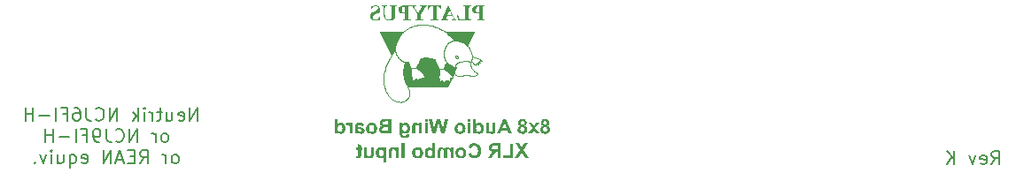
<source format=gbr>
%TF.GenerationSoftware,KiCad,Pcbnew,9.0.0*%
%TF.CreationDate,2025-03-26T12:10:22+11:00*%
%TF.ProjectId,Wing Board 4 Combo mk II,57696e67-2042-46f6-9172-64203420436f,rev?*%
%TF.SameCoordinates,Original*%
%TF.FileFunction,Legend,Bot*%
%TF.FilePolarity,Positive*%
%FSLAX46Y46*%
G04 Gerber Fmt 4.6, Leading zero omitted, Abs format (unit mm)*
G04 Created by KiCad (PCBNEW 9.0.0) date 2025-03-26 12:10:22*
%MOMM*%
%LPD*%
G01*
G04 APERTURE LIST*
%ADD10C,0.057755*%
%ADD11C,0.071437*%
%ADD12C,0.203200*%
%ADD13C,0.279400*%
%ADD14C,0.300000*%
%ADD15C,1.400000*%
%ADD16O,1.400000X1.400000*%
%ADD17C,2.100000*%
%ADD18C,2.900000*%
%ADD19R,1.600000X1.600000*%
%ADD20C,1.600000*%
%ADD21C,3.500001*%
%ADD22R,1.650000X1.650000*%
%ADD23C,1.650000*%
G04 APERTURE END LIST*
D10*
X54476484Y-23498074D02*
X54476476Y-23498074D01*
X54476485Y-23498066D01*
X54476484Y-23498074D01*
G36*
X54476484Y-23498074D02*
G01*
X54476476Y-23498074D01*
X54476485Y-23498066D01*
X54476484Y-23498074D01*
G37*
X56665109Y-26015659D02*
X56768581Y-26022953D01*
X56871353Y-26033856D01*
X56972003Y-26047828D01*
X57069110Y-26064325D01*
X57161256Y-26082808D01*
X57247018Y-26102733D01*
X57324975Y-26123559D01*
X57393709Y-26144744D01*
X57451797Y-26165748D01*
X57497819Y-26186027D01*
X57499778Y-26219895D01*
X57503076Y-26252715D01*
X57507640Y-26284548D01*
X57513400Y-26315455D01*
X57520285Y-26345495D01*
X57528223Y-26374729D01*
X57537143Y-26403217D01*
X57546973Y-26431020D01*
X57569080Y-26484812D01*
X57593975Y-26536585D01*
X57621086Y-26586825D01*
X57649844Y-26636012D01*
X57710020Y-26733161D01*
X57740297Y-26782088D01*
X57769940Y-26831894D01*
X57798379Y-26883062D01*
X57825043Y-26936073D01*
X57849363Y-26991412D01*
X57860465Y-27020105D01*
X57870767Y-27049560D01*
X57871638Y-27049738D01*
X57872438Y-27049879D01*
X57873192Y-27049994D01*
X57873921Y-27050097D01*
X57874648Y-27050200D01*
X57875397Y-27050317D01*
X57876190Y-27050459D01*
X57877050Y-27050640D01*
X57884900Y-27098735D01*
X57890252Y-27148064D01*
X57893373Y-27198345D01*
X57894528Y-27249297D01*
X57893983Y-27300639D01*
X57892004Y-27352091D01*
X57884806Y-27454197D01*
X57864893Y-27647353D01*
X57856430Y-27733907D01*
X57853502Y-27773695D01*
X57851797Y-27810781D01*
X57851848Y-27847613D01*
X57852962Y-27886827D01*
X57855058Y-27927765D01*
X57858059Y-27969772D01*
X57861884Y-28012190D01*
X57866454Y-28054364D01*
X57871690Y-28095637D01*
X57877512Y-28135353D01*
X57883840Y-28172855D01*
X57890595Y-28207486D01*
X57897698Y-28238590D01*
X57905069Y-28265512D01*
X57912629Y-28287593D01*
X57920299Y-28304178D01*
X57924149Y-28310205D01*
X57927998Y-28314611D01*
X57931833Y-28317315D01*
X57935647Y-28318234D01*
X57940400Y-28319105D01*
X57945044Y-28319221D01*
X57949597Y-28318635D01*
X57954078Y-28317398D01*
X57958506Y-28315562D01*
X57962898Y-28313180D01*
X57967273Y-28310302D01*
X57971649Y-28306981D01*
X57980478Y-28299218D01*
X57989532Y-28290304D01*
X58008901Y-28270686D01*
X58019510Y-28260811D01*
X58025109Y-28256040D01*
X58030930Y-28251447D01*
X58036990Y-28247086D01*
X58043308Y-28243008D01*
X58049903Y-28239265D01*
X58056792Y-28235909D01*
X58063993Y-28232991D01*
X58071526Y-28230564D01*
X58079409Y-28228680D01*
X58087659Y-28227390D01*
X58096296Y-28226746D01*
X58105337Y-28226801D01*
X58114802Y-28227605D01*
X58124707Y-28229212D01*
X58134960Y-28231523D01*
X58144956Y-28234385D01*
X58154705Y-28237761D01*
X58164220Y-28241617D01*
X58173511Y-28245918D01*
X58182591Y-28250629D01*
X58191469Y-28255714D01*
X58200159Y-28261138D01*
X58208670Y-28266867D01*
X58217014Y-28272866D01*
X58233249Y-28285530D01*
X58248954Y-28298851D01*
X58264219Y-28312547D01*
X58293796Y-28339942D01*
X58308289Y-28353081D01*
X58322706Y-28365472D01*
X58337139Y-28376835D01*
X58344389Y-28382044D01*
X58351677Y-28386890D01*
X58359014Y-28391338D01*
X58366412Y-28395355D01*
X58373882Y-28398904D01*
X58381436Y-28401950D01*
X58388198Y-28400686D01*
X58394333Y-28398455D01*
X58399898Y-28395315D01*
X58404947Y-28391328D01*
X58409534Y-28386553D01*
X58413715Y-28381052D01*
X58417545Y-28374884D01*
X58421079Y-28368110D01*
X58427476Y-28352984D01*
X58433346Y-28336158D01*
X58445265Y-28299332D01*
X58452193Y-28280299D01*
X58460351Y-28261495D01*
X58465029Y-28252330D01*
X58470179Y-28243403D01*
X58475857Y-28234775D01*
X58482117Y-28226507D01*
X58489014Y-28218657D01*
X58496604Y-28211288D01*
X58504941Y-28204458D01*
X58514080Y-28198229D01*
X58524076Y-28192661D01*
X58534983Y-28187813D01*
X58546858Y-28183747D01*
X58559754Y-28180523D01*
X58566943Y-28179660D01*
X58574799Y-28179566D01*
X58583278Y-28180186D01*
X58592337Y-28181466D01*
X58612012Y-28185795D01*
X58633468Y-28192120D01*
X58656349Y-28200011D01*
X58680298Y-28209037D01*
X58729978Y-28228768D01*
X58779657Y-28247866D01*
X58803605Y-28256100D01*
X58826486Y-28262883D01*
X58847941Y-28267784D01*
X58858023Y-28269394D01*
X58867615Y-28270372D01*
X58876673Y-28270664D01*
X58885152Y-28270216D01*
X58893007Y-28268974D01*
X58900195Y-28266884D01*
X58903816Y-28264998D01*
X58906618Y-28262393D01*
X58908670Y-28259091D01*
X58910040Y-28255116D01*
X58910796Y-28250491D01*
X58911006Y-28245239D01*
X58910064Y-28232947D01*
X58898131Y-28163344D01*
X58895840Y-28141763D01*
X58894919Y-28118881D01*
X58895913Y-28094884D01*
X58897300Y-28082525D01*
X58899371Y-28069957D01*
X58902194Y-28057203D01*
X58905837Y-28044286D01*
X58910369Y-28031230D01*
X58915859Y-28018057D01*
X58922374Y-28004791D01*
X58929983Y-27991455D01*
X58938753Y-27978073D01*
X58948755Y-27964667D01*
X58952414Y-27960393D01*
X58956143Y-27956352D01*
X58959939Y-27952540D01*
X58963799Y-27948948D01*
X58967719Y-27945572D01*
X58971695Y-27942404D01*
X58979806Y-27936668D01*
X58988105Y-27931690D01*
X58996565Y-27927420D01*
X59005160Y-27923806D01*
X59013864Y-27920799D01*
X59022650Y-27918347D01*
X59031492Y-27916401D01*
X59040364Y-27914908D01*
X59049238Y-27913819D01*
X59058089Y-27913082D01*
X59066890Y-27912648D01*
X59075615Y-27912466D01*
X59084237Y-27912484D01*
X58980007Y-28128745D01*
X58665932Y-28773637D01*
X54852592Y-28774864D01*
X54741156Y-28563477D01*
X54685134Y-28448258D01*
X54657727Y-28386578D01*
X54630982Y-28321539D01*
X54605093Y-28252660D01*
X54580255Y-28179458D01*
X54556662Y-28101449D01*
X54534509Y-28018151D01*
X54513990Y-27929081D01*
X54495299Y-27833757D01*
X54478630Y-27731695D01*
X54464179Y-27622412D01*
X54458571Y-27565898D01*
X54454947Y-27509483D01*
X54453189Y-27453278D01*
X54453179Y-27397395D01*
X54454797Y-27341945D01*
X54457925Y-27287038D01*
X54462445Y-27232786D01*
X54468238Y-27179300D01*
X54483172Y-27075072D01*
X54501778Y-26975241D01*
X54523109Y-26880698D01*
X54546217Y-26792332D01*
X54570155Y-26711031D01*
X54593976Y-26637686D01*
X54616731Y-26573185D01*
X54637474Y-26518417D01*
X54669132Y-26441639D01*
X54681369Y-26414465D01*
X54713272Y-26418267D01*
X54744288Y-26420553D01*
X54775051Y-26421410D01*
X54806195Y-26420925D01*
X54838356Y-26419186D01*
X54872167Y-26416280D01*
X54908263Y-26412293D01*
X54947279Y-26407313D01*
X54946696Y-26428309D01*
X54947367Y-26449342D01*
X54949214Y-26470391D01*
X54952160Y-26491438D01*
X54956126Y-26512463D01*
X54961037Y-26533446D01*
X54966814Y-26554369D01*
X54973381Y-26575212D01*
X54988570Y-26616579D01*
X55005987Y-26657392D01*
X55025010Y-26697496D01*
X55045022Y-26736735D01*
X55122555Y-26881933D01*
X55138213Y-26914516D01*
X55151142Y-26945301D01*
X55160722Y-26974132D01*
X55164063Y-26987767D01*
X55166335Y-27000855D01*
X55176437Y-27131509D01*
X55185308Y-27302979D01*
X55196604Y-27498848D01*
X55213978Y-27702698D01*
X55226086Y-27802486D01*
X55241084Y-27898113D01*
X55259429Y-27987526D01*
X55281577Y-28068673D01*
X55294220Y-28105506D01*
X55307986Y-28139503D01*
X55322930Y-28170407D01*
X55339111Y-28197962D01*
X55356585Y-28221912D01*
X55375410Y-28241999D01*
X55395642Y-28257968D01*
X55417340Y-28269562D01*
X55421333Y-28270467D01*
X55425224Y-28270189D01*
X55429037Y-28268795D01*
X55432795Y-28266352D01*
X55436521Y-28262926D01*
X55440240Y-28258585D01*
X55447751Y-28247421D01*
X55455516Y-28233394D01*
X55463725Y-28217038D01*
X55482235Y-28179475D01*
X55492915Y-28159335D01*
X55504798Y-28139002D01*
X55518073Y-28119008D01*
X55525293Y-28109306D01*
X55532931Y-28099889D01*
X55541013Y-28090824D01*
X55549561Y-28082178D01*
X55558599Y-28074017D01*
X55568152Y-28066408D01*
X55578242Y-28059418D01*
X55588894Y-28053114D01*
X55600131Y-28047562D01*
X55611977Y-28042829D01*
X55624223Y-28039395D01*
X55636141Y-28037625D01*
X55647733Y-28037411D01*
X55659004Y-28038644D01*
X55669959Y-28041218D01*
X55680600Y-28045024D01*
X55690932Y-28049955D01*
X55700959Y-28055903D01*
X55710686Y-28062760D01*
X55720115Y-28070419D01*
X55729251Y-28078772D01*
X55738098Y-28087711D01*
X55754941Y-28106915D01*
X55770676Y-28127172D01*
X55823168Y-28201476D01*
X55833839Y-28214063D01*
X55838828Y-28218865D01*
X55843592Y-28222530D01*
X55848135Y-28224950D01*
X55852461Y-28226016D01*
X55856573Y-28225621D01*
X55860476Y-28223658D01*
X55863195Y-28221438D01*
X55865793Y-28218360D01*
X55868291Y-28214482D01*
X55870712Y-28209864D01*
X55875410Y-28198641D01*
X55880059Y-28185160D01*
X55889911Y-28153310D01*
X55895462Y-28135881D01*
X55901663Y-28118076D01*
X55908686Y-28100366D01*
X55916707Y-28083222D01*
X55921146Y-28075008D01*
X55925899Y-28067112D01*
X55930989Y-28059593D01*
X55936438Y-28052509D01*
X55942266Y-28045919D01*
X55948496Y-28039882D01*
X55955150Y-28034457D01*
X55962250Y-28029702D01*
X55969816Y-28025676D01*
X55977871Y-28022439D01*
X55986438Y-28020048D01*
X55995536Y-28018563D01*
X56004591Y-28018252D01*
X56013514Y-28018799D01*
X56022300Y-28020142D01*
X56030945Y-28022222D01*
X56039444Y-28024978D01*
X56047791Y-28028350D01*
X56055982Y-28032278D01*
X56064011Y-28036700D01*
X56071875Y-28041558D01*
X56079567Y-28046791D01*
X56087083Y-28052338D01*
X56094419Y-28058139D01*
X56108526Y-28070262D01*
X56121850Y-28082678D01*
X56145988Y-28106458D01*
X56156723Y-28116857D01*
X56166516Y-28125619D01*
X56171047Y-28129235D01*
X56175327Y-28132261D01*
X56179353Y-28134636D01*
X56183118Y-28136301D01*
X56186617Y-28137194D01*
X56189847Y-28137256D01*
X56192801Y-28136426D01*
X56195476Y-28134644D01*
X56196344Y-28131175D01*
X56196946Y-28126877D01*
X56197483Y-28116030D01*
X56196838Y-28086946D01*
X56195691Y-28051094D01*
X56195601Y-28031786D01*
X56196192Y-28012174D01*
X56197733Y-27992720D01*
X56200493Y-27973886D01*
X56202414Y-27964846D01*
X56204741Y-27956135D01*
X56207507Y-27947811D01*
X56210745Y-27939930D01*
X56214490Y-27932552D01*
X56218775Y-27925734D01*
X56223633Y-27919533D01*
X56229099Y-27914008D01*
X56235205Y-27909217D01*
X56241985Y-27905216D01*
X56249474Y-27902065D01*
X56257704Y-27899820D01*
X56266431Y-27898641D01*
X56275367Y-27898108D01*
X56284484Y-27898170D01*
X56293757Y-27898776D01*
X56303155Y-27899877D01*
X56312653Y-27901421D01*
X56322222Y-27903358D01*
X56331834Y-27905638D01*
X56351078Y-27911026D01*
X56370163Y-27917181D01*
X56406972Y-27930177D01*
X56424253Y-27936213D01*
X56440488Y-27941402D01*
X56455457Y-27945343D01*
X56462398Y-27946718D01*
X56468939Y-27947631D01*
X56475052Y-27948029D01*
X56480710Y-27947863D01*
X56485886Y-27947082D01*
X56490551Y-27945636D01*
X56494678Y-27943475D01*
X56498239Y-27940548D01*
X56501206Y-27936804D01*
X56503553Y-27932194D01*
X56504610Y-27918594D01*
X56502779Y-27898546D01*
X56498146Y-27872811D01*
X56490798Y-27842155D01*
X56480822Y-27807339D01*
X56468305Y-27769126D01*
X56453334Y-27728281D01*
X56435997Y-27685565D01*
X56416380Y-27641742D01*
X56394571Y-27597575D01*
X56370656Y-27553827D01*
X56344722Y-27511262D01*
X56316857Y-27470642D01*
X56287148Y-27432730D01*
X56255681Y-27398290D01*
X56239316Y-27382610D01*
X56222544Y-27368084D01*
X56187602Y-27340289D01*
X56151854Y-27313474D01*
X56115567Y-27287481D01*
X56079012Y-27262151D01*
X55935485Y-27164309D01*
X55901621Y-27139927D01*
X55869104Y-27115261D01*
X55838200Y-27090153D01*
X55809180Y-27064443D01*
X55782313Y-27037975D01*
X55757868Y-27010590D01*
X55746637Y-26996505D01*
X55736113Y-26982131D01*
X55726328Y-26967449D01*
X55717317Y-26952438D01*
X55713595Y-26953502D01*
X55709717Y-26954483D01*
X55705728Y-26955406D01*
X55701670Y-26956294D01*
X55693530Y-26958059D01*
X55689536Y-26958985D01*
X55685651Y-26959970D01*
X55704194Y-26954814D01*
X55713504Y-26952255D01*
X55722765Y-26949794D01*
X55719970Y-26931169D01*
X55719118Y-26912222D01*
X55720112Y-26892927D01*
X55722852Y-26873261D01*
X55727241Y-26853203D01*
X55733180Y-26832728D01*
X55749314Y-26790434D01*
X55770466Y-26746195D01*
X55795849Y-26699825D01*
X55856157Y-26599947D01*
X55923938Y-26489316D01*
X55958661Y-26429503D01*
X55992891Y-26366445D01*
X56025838Y-26299955D01*
X56056716Y-26229847D01*
X56084737Y-26155936D01*
X56109113Y-26078037D01*
X56146968Y-26064275D01*
X56186957Y-26052296D01*
X56272624Y-26033416D01*
X56364693Y-26020854D01*
X56461744Y-26014068D01*
X56562356Y-26012517D01*
X56665109Y-26015659D01*
G36*
X56665109Y-26015659D02*
G01*
X56768581Y-26022953D01*
X56871353Y-26033856D01*
X56972003Y-26047828D01*
X57069110Y-26064325D01*
X57161256Y-26082808D01*
X57247018Y-26102733D01*
X57324975Y-26123559D01*
X57393709Y-26144744D01*
X57451797Y-26165748D01*
X57497819Y-26186027D01*
X57499778Y-26219895D01*
X57503076Y-26252715D01*
X57507640Y-26284548D01*
X57513400Y-26315455D01*
X57520285Y-26345495D01*
X57528223Y-26374729D01*
X57537143Y-26403217D01*
X57546973Y-26431020D01*
X57569080Y-26484812D01*
X57593975Y-26536585D01*
X57621086Y-26586825D01*
X57649844Y-26636012D01*
X57710020Y-26733161D01*
X57740297Y-26782088D01*
X57769940Y-26831894D01*
X57798379Y-26883062D01*
X57825043Y-26936073D01*
X57849363Y-26991412D01*
X57860465Y-27020105D01*
X57870767Y-27049560D01*
X57871638Y-27049738D01*
X57872438Y-27049879D01*
X57873192Y-27049994D01*
X57873921Y-27050097D01*
X57874648Y-27050200D01*
X57875397Y-27050317D01*
X57876190Y-27050459D01*
X57877050Y-27050640D01*
X57884900Y-27098735D01*
X57890252Y-27148064D01*
X57893373Y-27198345D01*
X57894528Y-27249297D01*
X57893983Y-27300639D01*
X57892004Y-27352091D01*
X57884806Y-27454197D01*
X57864893Y-27647353D01*
X57856430Y-27733907D01*
X57853502Y-27773695D01*
X57851797Y-27810781D01*
X57851848Y-27847613D01*
X57852962Y-27886827D01*
X57855058Y-27927765D01*
X57858059Y-27969772D01*
X57861884Y-28012190D01*
X57866454Y-28054364D01*
X57871690Y-28095637D01*
X57877512Y-28135353D01*
X57883840Y-28172855D01*
X57890595Y-28207486D01*
X57897698Y-28238590D01*
X57905069Y-28265512D01*
X57912629Y-28287593D01*
X57920299Y-28304178D01*
X57924149Y-28310205D01*
X57927998Y-28314611D01*
X57931833Y-28317315D01*
X57935647Y-28318234D01*
X57940400Y-28319105D01*
X57945044Y-28319221D01*
X57949597Y-28318635D01*
X57954078Y-28317398D01*
X57958506Y-28315562D01*
X57962898Y-28313180D01*
X57967273Y-28310302D01*
X57971649Y-28306981D01*
X57980478Y-28299218D01*
X57989532Y-28290304D01*
X58008901Y-28270686D01*
X58019510Y-28260811D01*
X58025109Y-28256040D01*
X58030930Y-28251447D01*
X58036990Y-28247086D01*
X58043308Y-28243008D01*
X58049903Y-28239265D01*
X58056792Y-28235909D01*
X58063993Y-28232991D01*
X58071526Y-28230564D01*
X58079409Y-28228680D01*
X58087659Y-28227390D01*
X58096296Y-28226746D01*
X58105337Y-28226801D01*
X58114802Y-28227605D01*
X58124707Y-28229212D01*
X58134960Y-28231523D01*
X58144956Y-28234385D01*
X58154705Y-28237761D01*
X58164220Y-28241617D01*
X58173511Y-28245918D01*
X58182591Y-28250629D01*
X58191469Y-28255714D01*
X58200159Y-28261138D01*
X58208670Y-28266867D01*
X58217014Y-28272866D01*
X58233249Y-28285530D01*
X58248954Y-28298851D01*
X58264219Y-28312547D01*
X58293796Y-28339942D01*
X58308289Y-28353081D01*
X58322706Y-28365472D01*
X58337139Y-28376835D01*
X58344389Y-28382044D01*
X58351677Y-28386890D01*
X58359014Y-28391338D01*
X58366412Y-28395355D01*
X58373882Y-28398904D01*
X58381436Y-28401950D01*
X58388198Y-28400686D01*
X58394333Y-28398455D01*
X58399898Y-28395315D01*
X58404947Y-28391328D01*
X58409534Y-28386553D01*
X58413715Y-28381052D01*
X58417545Y-28374884D01*
X58421079Y-28368110D01*
X58427476Y-28352984D01*
X58433346Y-28336158D01*
X58445265Y-28299332D01*
X58452193Y-28280299D01*
X58460351Y-28261495D01*
X58465029Y-28252330D01*
X58470179Y-28243403D01*
X58475857Y-28234775D01*
X58482117Y-28226507D01*
X58489014Y-28218657D01*
X58496604Y-28211288D01*
X58504941Y-28204458D01*
X58514080Y-28198229D01*
X58524076Y-28192661D01*
X58534983Y-28187813D01*
X58546858Y-28183747D01*
X58559754Y-28180523D01*
X58566943Y-28179660D01*
X58574799Y-28179566D01*
X58583278Y-28180186D01*
X58592337Y-28181466D01*
X58612012Y-28185795D01*
X58633468Y-28192120D01*
X58656349Y-28200011D01*
X58680298Y-28209037D01*
X58729978Y-28228768D01*
X58779657Y-28247866D01*
X58803605Y-28256100D01*
X58826486Y-28262883D01*
X58847941Y-28267784D01*
X58858023Y-28269394D01*
X58867615Y-28270372D01*
X58876673Y-28270664D01*
X58885152Y-28270216D01*
X58893007Y-28268974D01*
X58900195Y-28266884D01*
X58903816Y-28264998D01*
X58906618Y-28262393D01*
X58908670Y-28259091D01*
X58910040Y-28255116D01*
X58910796Y-28250491D01*
X58911006Y-28245239D01*
X58910064Y-28232947D01*
X58898131Y-28163344D01*
X58895840Y-28141763D01*
X58894919Y-28118881D01*
X58895913Y-28094884D01*
X58897300Y-28082525D01*
X58899371Y-28069957D01*
X58902194Y-28057203D01*
X58905837Y-28044286D01*
X58910369Y-28031230D01*
X58915859Y-28018057D01*
X58922374Y-28004791D01*
X58929983Y-27991455D01*
X58938753Y-27978073D01*
X58948755Y-27964667D01*
X58952414Y-27960393D01*
X58956143Y-27956352D01*
X58959939Y-27952540D01*
X58963799Y-27948948D01*
X58967719Y-27945572D01*
X58971695Y-27942404D01*
X58979806Y-27936668D01*
X58988105Y-27931690D01*
X58996565Y-27927420D01*
X59005160Y-27923806D01*
X59013864Y-27920799D01*
X59022650Y-27918347D01*
X59031492Y-27916401D01*
X59040364Y-27914908D01*
X59049238Y-27913819D01*
X59058089Y-27913082D01*
X59066890Y-27912648D01*
X59075615Y-27912466D01*
X59084237Y-27912484D01*
X58980007Y-28128745D01*
X58665932Y-28773637D01*
X54852592Y-28774864D01*
X54741156Y-28563477D01*
X54685134Y-28448258D01*
X54657727Y-28386578D01*
X54630982Y-28321539D01*
X54605093Y-28252660D01*
X54580255Y-28179458D01*
X54556662Y-28101449D01*
X54534509Y-28018151D01*
X54513990Y-27929081D01*
X54495299Y-27833757D01*
X54478630Y-27731695D01*
X54464179Y-27622412D01*
X54458571Y-27565898D01*
X54454947Y-27509483D01*
X54453189Y-27453278D01*
X54453179Y-27397395D01*
X54454797Y-27341945D01*
X54457925Y-27287038D01*
X54462445Y-27232786D01*
X54468238Y-27179300D01*
X54483172Y-27075072D01*
X54501778Y-26975241D01*
X54523109Y-26880698D01*
X54546217Y-26792332D01*
X54570155Y-26711031D01*
X54593976Y-26637686D01*
X54616731Y-26573185D01*
X54637474Y-26518417D01*
X54669132Y-26441639D01*
X54681369Y-26414465D01*
X54713272Y-26418267D01*
X54744288Y-26420553D01*
X54775051Y-26421410D01*
X54806195Y-26420925D01*
X54838356Y-26419186D01*
X54872167Y-26416280D01*
X54908263Y-26412293D01*
X54947279Y-26407313D01*
X54946696Y-26428309D01*
X54947367Y-26449342D01*
X54949214Y-26470391D01*
X54952160Y-26491438D01*
X54956126Y-26512463D01*
X54961037Y-26533446D01*
X54966814Y-26554369D01*
X54973381Y-26575212D01*
X54988570Y-26616579D01*
X55005987Y-26657392D01*
X55025010Y-26697496D01*
X55045022Y-26736735D01*
X55122555Y-26881933D01*
X55138213Y-26914516D01*
X55151142Y-26945301D01*
X55160722Y-26974132D01*
X55164063Y-26987767D01*
X55166335Y-27000855D01*
X55176437Y-27131509D01*
X55185308Y-27302979D01*
X55196604Y-27498848D01*
X55213978Y-27702698D01*
X55226086Y-27802486D01*
X55241084Y-27898113D01*
X55259429Y-27987526D01*
X55281577Y-28068673D01*
X55294220Y-28105506D01*
X55307986Y-28139503D01*
X55322930Y-28170407D01*
X55339111Y-28197962D01*
X55356585Y-28221912D01*
X55375410Y-28241999D01*
X55395642Y-28257968D01*
X55417340Y-28269562D01*
X55421333Y-28270467D01*
X55425224Y-28270189D01*
X55429037Y-28268795D01*
X55432795Y-28266352D01*
X55436521Y-28262926D01*
X55440240Y-28258585D01*
X55447751Y-28247421D01*
X55455516Y-28233394D01*
X55463725Y-28217038D01*
X55482235Y-28179475D01*
X55492915Y-28159335D01*
X55504798Y-28139002D01*
X55518073Y-28119008D01*
X55525293Y-28109306D01*
X55532931Y-28099889D01*
X55541013Y-28090824D01*
X55549561Y-28082178D01*
X55558599Y-28074017D01*
X55568152Y-28066408D01*
X55578242Y-28059418D01*
X55588894Y-28053114D01*
X55600131Y-28047562D01*
X55611977Y-28042829D01*
X55624223Y-28039395D01*
X55636141Y-28037625D01*
X55647733Y-28037411D01*
X55659004Y-28038644D01*
X55669959Y-28041218D01*
X55680600Y-28045024D01*
X55690932Y-28049955D01*
X55700959Y-28055903D01*
X55710686Y-28062760D01*
X55720115Y-28070419D01*
X55729251Y-28078772D01*
X55738098Y-28087711D01*
X55754941Y-28106915D01*
X55770676Y-28127172D01*
X55823168Y-28201476D01*
X55833839Y-28214063D01*
X55838828Y-28218865D01*
X55843592Y-28222530D01*
X55848135Y-28224950D01*
X55852461Y-28226016D01*
X55856573Y-28225621D01*
X55860476Y-28223658D01*
X55863195Y-28221438D01*
X55865793Y-28218360D01*
X55868291Y-28214482D01*
X55870712Y-28209864D01*
X55875410Y-28198641D01*
X55880059Y-28185160D01*
X55889911Y-28153310D01*
X55895462Y-28135881D01*
X55901663Y-28118076D01*
X55908686Y-28100366D01*
X55916707Y-28083222D01*
X55921146Y-28075008D01*
X55925899Y-28067112D01*
X55930989Y-28059593D01*
X55936438Y-28052509D01*
X55942266Y-28045919D01*
X55948496Y-28039882D01*
X55955150Y-28034457D01*
X55962250Y-28029702D01*
X55969816Y-28025676D01*
X55977871Y-28022439D01*
X55986438Y-28020048D01*
X55995536Y-28018563D01*
X56004591Y-28018252D01*
X56013514Y-28018799D01*
X56022300Y-28020142D01*
X56030945Y-28022222D01*
X56039444Y-28024978D01*
X56047791Y-28028350D01*
X56055982Y-28032278D01*
X56064011Y-28036700D01*
X56071875Y-28041558D01*
X56079567Y-28046791D01*
X56087083Y-28052338D01*
X56094419Y-28058139D01*
X56108526Y-28070262D01*
X56121850Y-28082678D01*
X56145988Y-28106458D01*
X56156723Y-28116857D01*
X56166516Y-28125619D01*
X56171047Y-28129235D01*
X56175327Y-28132261D01*
X56179353Y-28134636D01*
X56183118Y-28136301D01*
X56186617Y-28137194D01*
X56189847Y-28137256D01*
X56192801Y-28136426D01*
X56195476Y-28134644D01*
X56196344Y-28131175D01*
X56196946Y-28126877D01*
X56197483Y-28116030D01*
X56196838Y-28086946D01*
X56195691Y-28051094D01*
X56195601Y-28031786D01*
X56196192Y-28012174D01*
X56197733Y-27992720D01*
X56200493Y-27973886D01*
X56202414Y-27964846D01*
X56204741Y-27956135D01*
X56207507Y-27947811D01*
X56210745Y-27939930D01*
X56214490Y-27932552D01*
X56218775Y-27925734D01*
X56223633Y-27919533D01*
X56229099Y-27914008D01*
X56235205Y-27909217D01*
X56241985Y-27905216D01*
X56249474Y-27902065D01*
X56257704Y-27899820D01*
X56266431Y-27898641D01*
X56275367Y-27898108D01*
X56284484Y-27898170D01*
X56293757Y-27898776D01*
X56303155Y-27899877D01*
X56312653Y-27901421D01*
X56322222Y-27903358D01*
X56331834Y-27905638D01*
X56351078Y-27911026D01*
X56370163Y-27917181D01*
X56406972Y-27930177D01*
X56424253Y-27936213D01*
X56440488Y-27941402D01*
X56455457Y-27945343D01*
X56462398Y-27946718D01*
X56468939Y-27947631D01*
X56475052Y-27948029D01*
X56480710Y-27947863D01*
X56485886Y-27947082D01*
X56490551Y-27945636D01*
X56494678Y-27943475D01*
X56498239Y-27940548D01*
X56501206Y-27936804D01*
X56503553Y-27932194D01*
X56504610Y-27918594D01*
X56502779Y-27898546D01*
X56498146Y-27872811D01*
X56490798Y-27842155D01*
X56480822Y-27807339D01*
X56468305Y-27769126D01*
X56453334Y-27728281D01*
X56435997Y-27685565D01*
X56416380Y-27641742D01*
X56394571Y-27597575D01*
X56370656Y-27553827D01*
X56344722Y-27511262D01*
X56316857Y-27470642D01*
X56287148Y-27432730D01*
X56255681Y-27398290D01*
X56239316Y-27382610D01*
X56222544Y-27368084D01*
X56187602Y-27340289D01*
X56151854Y-27313474D01*
X56115567Y-27287481D01*
X56079012Y-27262151D01*
X55935485Y-27164309D01*
X55901621Y-27139927D01*
X55869104Y-27115261D01*
X55838200Y-27090153D01*
X55809180Y-27064443D01*
X55782313Y-27037975D01*
X55757868Y-27010590D01*
X55746637Y-26996505D01*
X55736113Y-26982131D01*
X55726328Y-26967449D01*
X55717317Y-26952438D01*
X55713595Y-26953502D01*
X55709717Y-26954483D01*
X55705728Y-26955406D01*
X55701670Y-26956294D01*
X55693530Y-26958059D01*
X55689536Y-26958985D01*
X55685651Y-26959970D01*
X55704194Y-26954814D01*
X55713504Y-26952255D01*
X55722765Y-26949794D01*
X55719970Y-26931169D01*
X55719118Y-26912222D01*
X55720112Y-26892927D01*
X55722852Y-26873261D01*
X55727241Y-26853203D01*
X55733180Y-26832728D01*
X55749314Y-26790434D01*
X55770466Y-26746195D01*
X55795849Y-26699825D01*
X55856157Y-26599947D01*
X55923938Y-26489316D01*
X55958661Y-26429503D01*
X55992891Y-26366445D01*
X56025838Y-26299955D01*
X56056716Y-26229847D01*
X56084737Y-26155936D01*
X56109113Y-26078037D01*
X56146968Y-26064275D01*
X56186957Y-26052296D01*
X56272624Y-26033416D01*
X56364693Y-26020854D01*
X56461744Y-26014068D01*
X56562356Y-26012517D01*
X56665109Y-26015659D01*
G37*
D11*
X56342686Y-22848865D02*
X56478664Y-22855668D01*
X56620942Y-22868026D01*
X56768477Y-22886101D01*
X56920223Y-22910054D01*
X57075135Y-22940048D01*
X57232169Y-22976245D01*
X57390280Y-23018807D01*
X57548422Y-23067897D01*
X57705550Y-23123675D01*
X57860621Y-23186305D01*
X58012589Y-23255949D01*
X58160409Y-23332768D01*
X58221061Y-23367622D01*
X58278525Y-23402827D01*
X58332999Y-23438337D01*
X58384684Y-23474108D01*
X58480482Y-23546250D01*
X58567513Y-23618895D01*
X58647372Y-23691682D01*
X58721655Y-23764252D01*
X58859870Y-23907300D01*
X58926993Y-23977059D01*
X58994919Y-24045161D01*
X59065244Y-24111247D01*
X59139562Y-24174957D01*
X59219469Y-24235932D01*
X59262016Y-24265281D01*
X59306559Y-24293811D01*
X59353296Y-24321477D01*
X59402427Y-24348234D01*
X59454152Y-24374038D01*
X59508670Y-24398843D01*
X59448707Y-24391131D01*
X59390402Y-24387124D01*
X59333752Y-24386665D01*
X59278753Y-24389602D01*
X59225400Y-24395778D01*
X59173689Y-24405039D01*
X59123617Y-24417231D01*
X59075180Y-24432199D01*
X59028373Y-24449788D01*
X58983193Y-24469843D01*
X58939636Y-24492211D01*
X58897697Y-24516735D01*
X58857374Y-24543262D01*
X58818661Y-24571636D01*
X58781555Y-24601704D01*
X58746052Y-24633310D01*
X58679839Y-24700518D01*
X58619990Y-24772024D01*
X58566474Y-24846590D01*
X58519259Y-24922979D01*
X58478313Y-24999953D01*
X58443604Y-25076274D01*
X58415102Y-25150705D01*
X58392774Y-25222010D01*
X58372962Y-25297146D01*
X58356250Y-25372722D01*
X58342886Y-25448669D01*
X58333120Y-25524920D01*
X58327201Y-25601409D01*
X58325378Y-25678068D01*
X58327902Y-25754830D01*
X58335020Y-25831627D01*
X58346983Y-25908393D01*
X58364039Y-25985060D01*
X58386439Y-26061560D01*
X58414432Y-26137827D01*
X58448266Y-26213794D01*
X58488192Y-26289393D01*
X58534458Y-26364556D01*
X58587314Y-26439218D01*
X58568233Y-26481920D01*
X58548653Y-26521365D01*
X58528835Y-26558154D01*
X58509042Y-26592886D01*
X58470571Y-26658588D01*
X58452416Y-26690759D01*
X58435329Y-26723278D01*
X58419573Y-26756746D01*
X58405408Y-26791763D01*
X58399003Y-26810041D01*
X58393095Y-26828932D01*
X58387714Y-26848510D01*
X58382895Y-26868852D01*
X58378670Y-26890031D01*
X58375071Y-26912124D01*
X58372130Y-26935205D01*
X58369882Y-26959350D01*
X58368358Y-26984634D01*
X58367590Y-27011131D01*
X58367613Y-27038917D01*
X58368457Y-27068067D01*
X58302861Y-27074459D01*
X58243914Y-27079205D01*
X58188640Y-27081926D01*
X58161451Y-27082409D01*
X58134063Y-27082242D01*
X58106106Y-27081380D01*
X58077207Y-27079774D01*
X58046993Y-27077377D01*
X58015094Y-27074142D01*
X57981136Y-27070021D01*
X57944749Y-27064966D01*
X57863195Y-27051868D01*
X57852892Y-27022412D01*
X57841790Y-26993718D01*
X57817473Y-26938375D01*
X57790812Y-26885357D01*
X57762379Y-26834182D01*
X57732742Y-26784367D01*
X57702472Y-26735429D01*
X57642312Y-26638258D01*
X57613562Y-26589060D01*
X57586458Y-26538810D01*
X57561571Y-26487026D01*
X57539470Y-26433227D01*
X57529643Y-26405420D01*
X57520726Y-26376928D01*
X57512790Y-26347691D01*
X57505908Y-26317649D01*
X57500149Y-26286741D01*
X57495586Y-26254907D01*
X57492289Y-26222086D01*
X57490330Y-26188219D01*
X57444307Y-26167940D01*
X57386216Y-26146938D01*
X57317478Y-26125754D01*
X57239515Y-26104929D01*
X57153746Y-26085007D01*
X57061593Y-26066528D01*
X56964478Y-26050033D01*
X56863819Y-26036065D01*
X56761040Y-26025164D01*
X56657560Y-26017874D01*
X56554800Y-26014734D01*
X56454181Y-26016288D01*
X56357125Y-26023075D01*
X56265051Y-26035639D01*
X56179381Y-26054521D01*
X56139392Y-26066500D01*
X56101536Y-26080262D01*
X56101538Y-26080270D01*
X56077163Y-26158169D01*
X56049141Y-26232079D01*
X56018263Y-26302186D01*
X55985314Y-26368675D01*
X55951083Y-26431733D01*
X55916357Y-26491544D01*
X55848572Y-26602173D01*
X55788259Y-26702048D01*
X55762874Y-26748418D01*
X55741719Y-26792656D01*
X55725583Y-26834950D01*
X55719644Y-26855425D01*
X55715254Y-26875484D01*
X55712512Y-26895150D01*
X55711518Y-26914445D01*
X55712369Y-26933393D01*
X55715164Y-26952018D01*
X55605061Y-26982213D01*
X55547033Y-26996804D01*
X55516554Y-27003419D01*
X55484825Y-27009370D01*
X55451639Y-27014499D01*
X55416791Y-27018647D01*
X55380075Y-27021656D01*
X55341285Y-27023368D01*
X55300215Y-27023626D01*
X55256660Y-27022271D01*
X55210413Y-27019144D01*
X55161269Y-27014088D01*
X55159883Y-27001133D01*
X55157298Y-26987581D01*
X55153599Y-26973456D01*
X55148870Y-26958777D01*
X55136657Y-26927846D01*
X55121334Y-26894958D01*
X55103572Y-26860283D01*
X55084045Y-26823991D01*
X55042386Y-26747235D01*
X55021601Y-26707111D01*
X55001741Y-26666051D01*
X54983480Y-26624223D01*
X54967491Y-26581799D01*
X54960558Y-26560416D01*
X54954446Y-26538947D01*
X54949239Y-26517414D01*
X54945019Y-26495838D01*
X54941873Y-26474241D01*
X54939883Y-26452643D01*
X54939134Y-26431065D01*
X54939710Y-26409530D01*
X54899343Y-26414520D01*
X54861085Y-26418328D01*
X54824577Y-26420910D01*
X54789458Y-26422224D01*
X54755368Y-26422225D01*
X54721947Y-26420870D01*
X54688834Y-26418116D01*
X54655670Y-26413919D01*
X54622095Y-26408235D01*
X54587747Y-26401021D01*
X54552268Y-26392233D01*
X54515297Y-26381829D01*
X54476473Y-26369763D01*
X54435436Y-26355994D01*
X54391828Y-26340477D01*
X54345286Y-26323169D01*
X54312537Y-26309062D01*
X54279229Y-26292100D01*
X54245499Y-26272369D01*
X54211483Y-26249957D01*
X54177318Y-26224949D01*
X54143142Y-26197432D01*
X54109092Y-26167492D01*
X54075305Y-26135216D01*
X54041917Y-26100691D01*
X54009066Y-26064003D01*
X53976889Y-26025238D01*
X53945523Y-25984483D01*
X53915104Y-25941824D01*
X53885771Y-25897349D01*
X53857660Y-25851142D01*
X53830907Y-25803292D01*
X53805651Y-25753884D01*
X53782028Y-25703004D01*
X53760175Y-25650740D01*
X53740229Y-25597178D01*
X53722328Y-25542404D01*
X53706608Y-25486504D01*
X53693206Y-25429566D01*
X53682259Y-25371676D01*
X53673905Y-25312920D01*
X53668281Y-25253385D01*
X53665523Y-25193156D01*
X53665768Y-25132322D01*
X53669154Y-25070967D01*
X53675818Y-25009180D01*
X53685897Y-24947045D01*
X53699527Y-24884650D01*
X53738709Y-24739490D01*
X53786020Y-24590362D01*
X53842498Y-24438671D01*
X53909180Y-24285827D01*
X53987101Y-24133235D01*
X54077301Y-23982304D01*
X54180814Y-23834441D01*
X54237888Y-23762099D01*
X54298679Y-23691053D01*
X54363317Y-23621477D01*
X54431932Y-23553548D01*
X54504654Y-23487441D01*
X54581611Y-23423333D01*
X54662934Y-23361399D01*
X54748752Y-23301816D01*
X54839195Y-23244759D01*
X54934392Y-23190404D01*
X55034473Y-23138927D01*
X55139568Y-23090504D01*
X55249806Y-23045311D01*
X55365317Y-23003524D01*
X55486231Y-22965319D01*
X55612677Y-22930872D01*
X55744785Y-22900358D01*
X55882684Y-22873954D01*
X55983008Y-22860161D01*
X56093813Y-22851273D01*
X56214054Y-22847454D01*
X56342686Y-22848865D01*
X60474943Y-26342808D02*
X60566860Y-26349327D01*
X60651586Y-26360957D01*
X60671002Y-26364626D01*
X60689250Y-26368551D01*
X60706367Y-26372737D01*
X60722386Y-26377185D01*
X60737345Y-26381901D01*
X60751279Y-26386887D01*
X60764224Y-26392147D01*
X60776214Y-26397685D01*
X60787287Y-26403503D01*
X60797476Y-26409605D01*
X60806819Y-26415995D01*
X60815350Y-26422676D01*
X60823105Y-26429651D01*
X60830121Y-26436925D01*
X60836431Y-26444500D01*
X60842073Y-26452380D01*
X60847082Y-26460568D01*
X60851493Y-26469068D01*
X60855342Y-26477884D01*
X60858664Y-26487018D01*
X60861496Y-26496474D01*
X60863872Y-26506256D01*
X60867403Y-26526811D01*
X60869540Y-26548711D01*
X60870569Y-26571982D01*
X60870774Y-26596652D01*
X60870442Y-26622750D01*
X60870916Y-26659941D01*
X60875371Y-26701288D01*
X60883800Y-26746200D01*
X60896195Y-26794089D01*
X60912548Y-26844367D01*
X60932851Y-26896443D01*
X60957096Y-26949729D01*
X60985275Y-27003635D01*
X61017380Y-27057573D01*
X61053403Y-27110954D01*
X61093337Y-27163188D01*
X61137174Y-27213686D01*
X61184905Y-27261860D01*
X61210228Y-27284890D01*
X61236522Y-27307119D01*
X61263786Y-27328472D01*
X61292019Y-27348876D01*
X61321219Y-27368257D01*
X61351386Y-27386541D01*
X61351387Y-27386542D01*
X61351387Y-27386543D01*
X61351388Y-27386543D01*
X61351388Y-27386544D01*
X61351389Y-27386545D01*
X61351390Y-27386546D01*
X61351390Y-27386547D01*
X61351391Y-27386548D01*
X61351392Y-27386549D01*
X61351393Y-27386549D01*
X61351394Y-27386549D01*
X61351394Y-27386550D01*
X61389533Y-27410205D01*
X61422486Y-27433566D01*
X61450402Y-27456576D01*
X61473429Y-27479176D01*
X61491717Y-27501310D01*
X61505413Y-27522920D01*
X61514669Y-27543948D01*
X61519631Y-27564339D01*
X61520449Y-27584033D01*
X61517273Y-27602975D01*
X61510250Y-27621106D01*
X61499530Y-27638369D01*
X61485262Y-27654707D01*
X61467595Y-27670063D01*
X61446677Y-27684379D01*
X61422658Y-27697598D01*
X61395686Y-27709662D01*
X61365910Y-27720515D01*
X61298543Y-27738356D01*
X61221749Y-27750662D01*
X61136718Y-27756974D01*
X61044642Y-27756834D01*
X60946712Y-27749784D01*
X60844120Y-27735364D01*
X60738056Y-27713115D01*
X60704133Y-27705343D01*
X60671246Y-27698689D01*
X60639369Y-27693103D01*
X60608480Y-27688533D01*
X60578552Y-27684927D01*
X60549561Y-27682235D01*
X60521483Y-27680404D01*
X60494292Y-27679384D01*
X60467964Y-27679122D01*
X60442474Y-27679569D01*
X60393909Y-27682379D01*
X60348400Y-27687402D01*
X60305748Y-27694229D01*
X60265756Y-27702447D01*
X60228226Y-27711645D01*
X60192960Y-27721413D01*
X60159760Y-27731338D01*
X60098766Y-27750020D01*
X60070577Y-27757953D01*
X60043662Y-27764400D01*
X60007457Y-27771135D01*
X59970857Y-27777049D01*
X59933972Y-27781951D01*
X59896913Y-27785651D01*
X59859791Y-27787960D01*
X59822716Y-27788688D01*
X59785799Y-27787644D01*
X59749151Y-27784639D01*
X59712884Y-27779484D01*
X59677107Y-27771989D01*
X59641932Y-27761963D01*
X59607469Y-27749217D01*
X59590539Y-27741765D01*
X59573829Y-27733561D01*
X59557353Y-27724583D01*
X59541123Y-27714806D01*
X59525155Y-27704206D01*
X59509462Y-27692761D01*
X59494058Y-27680445D01*
X59478957Y-27667236D01*
X59456941Y-27646656D01*
X59436955Y-27626383D01*
X59418942Y-27606378D01*
X59402842Y-27586601D01*
X59388596Y-27567012D01*
X59376145Y-27547570D01*
X59365432Y-27528236D01*
X59356395Y-27508970D01*
X59348978Y-27489732D01*
X59343121Y-27470481D01*
X59338764Y-27451178D01*
X59335850Y-27431782D01*
X59334319Y-27412254D01*
X59334113Y-27392554D01*
X59335172Y-27372641D01*
X59337438Y-27352475D01*
X59340852Y-27332017D01*
X59345354Y-27311226D01*
X59357391Y-27268487D01*
X59373076Y-27223937D01*
X59391940Y-27177257D01*
X59437318Y-27076222D01*
X59489757Y-26962821D01*
X59491657Y-26957561D01*
X59492824Y-26952406D01*
X59493304Y-26947350D01*
X59493141Y-26942388D01*
X59492377Y-26937512D01*
X59491058Y-26932717D01*
X59489228Y-26927997D01*
X59486930Y-26923346D01*
X59484208Y-26918759D01*
X59481107Y-26914229D01*
X59477671Y-26909750D01*
X59473943Y-26905317D01*
X59465789Y-26896564D01*
X59456998Y-26887921D01*
X59438913Y-26870779D01*
X59430323Y-26862184D01*
X59422506Y-26853510D01*
X59418996Y-26849128D01*
X59415812Y-26844710D01*
X59412997Y-26840247D01*
X59410595Y-26835735D01*
X59408650Y-26831168D01*
X59407206Y-26826540D01*
X59406308Y-26821845D01*
X59405998Y-26817076D01*
X59408828Y-26781121D01*
X59416158Y-26746631D01*
X59427771Y-26713599D01*
X59443451Y-26682018D01*
X59462980Y-26651883D01*
X59486140Y-26623185D01*
X59512716Y-26595921D01*
X59542488Y-26570081D01*
X59575242Y-26545661D01*
X59610758Y-26522655D01*
X59689211Y-26480854D01*
X59776110Y-26444627D01*
X59869717Y-26413924D01*
X59968296Y-26388692D01*
X60070108Y-26368881D01*
X60173417Y-26354438D01*
X60276484Y-26345313D01*
X60377572Y-26341453D01*
X60474943Y-26342808D01*
D10*
X60561227Y-24858447D02*
X60504643Y-24803111D01*
X60445718Y-24751189D01*
X60384643Y-24702687D01*
X60321610Y-24657611D01*
X60256810Y-24615965D01*
X60190436Y-24577754D01*
X60122680Y-24542984D01*
X60053732Y-24511660D01*
X59983784Y-24483787D01*
X59913029Y-24459370D01*
X59841658Y-24438415D01*
X59769862Y-24420925D01*
X59697833Y-24406907D01*
X59625764Y-24396366D01*
X59553845Y-24389306D01*
X59482268Y-24385733D01*
X59482268Y-24385742D01*
X59438133Y-24364834D01*
X59395853Y-24343253D01*
X59355316Y-24321026D01*
X59316411Y-24298177D01*
X59243042Y-24250716D01*
X59174848Y-24201073D01*
X59110927Y-24149453D01*
X59050382Y-24096058D01*
X58992311Y-24041092D01*
X58935816Y-23984758D01*
X58707595Y-23749808D01*
X58645482Y-23689684D01*
X58579546Y-23629413D01*
X58508888Y-23569196D01*
X58432609Y-23509239D01*
X61218670Y-23504625D01*
X60561227Y-24858447D01*
G36*
X60561227Y-24858447D02*
G01*
X60504643Y-24803111D01*
X60445718Y-24751189D01*
X60384643Y-24702687D01*
X60321610Y-24657611D01*
X60256810Y-24615965D01*
X60190436Y-24577754D01*
X60122680Y-24542984D01*
X60053732Y-24511660D01*
X59983784Y-24483787D01*
X59913029Y-24459370D01*
X59841658Y-24438415D01*
X59769862Y-24420925D01*
X59697833Y-24406907D01*
X59625764Y-24396366D01*
X59553845Y-24389306D01*
X59482268Y-24385733D01*
X59482268Y-24385742D01*
X59438133Y-24364834D01*
X59395853Y-24343253D01*
X59355316Y-24321026D01*
X59316411Y-24298177D01*
X59243042Y-24250716D01*
X59174848Y-24201073D01*
X59110927Y-24149453D01*
X59050382Y-24096058D01*
X58992311Y-24041092D01*
X58935816Y-23984758D01*
X58707595Y-23749808D01*
X58645482Y-23689684D01*
X58579546Y-23629413D01*
X58508888Y-23569196D01*
X58432609Y-23509239D01*
X61218670Y-23504625D01*
X60561227Y-24858447D01*
G37*
X54394436Y-23575902D02*
X54317784Y-23656041D01*
X54246332Y-23738209D01*
X54179882Y-23822133D01*
X54118236Y-23907540D01*
X54061197Y-23994158D01*
X54008568Y-24081713D01*
X53960150Y-24169931D01*
X53915747Y-24258541D01*
X53875159Y-24347269D01*
X53838191Y-24435841D01*
X53804644Y-24523985D01*
X53774320Y-24611428D01*
X53747022Y-24697897D01*
X53722553Y-24783118D01*
X53700715Y-24866819D01*
X53692639Y-24902007D01*
X53685796Y-24937107D01*
X53680132Y-24972110D01*
X53675593Y-25007006D01*
X53672129Y-25041784D01*
X53669684Y-25076435D01*
X53668208Y-25110948D01*
X53667647Y-25145314D01*
X53654178Y-25183381D01*
X53639642Y-25221193D01*
X53624086Y-25258802D01*
X53607557Y-25296263D01*
X53590103Y-25333626D01*
X53571769Y-25370945D01*
X53532656Y-25445658D01*
X53490596Y-25520823D01*
X53445965Y-25596859D01*
X53350506Y-25753226D01*
X52269732Y-23501691D01*
X54476476Y-23498074D01*
X54394436Y-23575902D01*
G36*
X54394436Y-23575902D02*
G01*
X54317784Y-23656041D01*
X54246332Y-23738209D01*
X54179882Y-23822133D01*
X54118236Y-23907540D01*
X54061197Y-23994158D01*
X54008568Y-24081713D01*
X53960150Y-24169931D01*
X53915747Y-24258541D01*
X53875159Y-24347269D01*
X53838191Y-24435841D01*
X53804644Y-24523985D01*
X53774320Y-24611428D01*
X53747022Y-24697897D01*
X53722553Y-24783118D01*
X53700715Y-24866819D01*
X53692639Y-24902007D01*
X53685796Y-24937107D01*
X53680132Y-24972110D01*
X53675593Y-25007006D01*
X53672129Y-25041784D01*
X53669684Y-25076435D01*
X53668208Y-25110948D01*
X53667647Y-25145314D01*
X53654178Y-25183381D01*
X53639642Y-25221193D01*
X53624086Y-25258802D01*
X53607557Y-25296263D01*
X53590103Y-25333626D01*
X53571769Y-25370945D01*
X53532656Y-25445658D01*
X53490596Y-25520823D01*
X53445965Y-25596859D01*
X53350506Y-25753226D01*
X52269732Y-23501691D01*
X54476476Y-23498074D01*
X54394436Y-23575902D01*
G37*
D11*
X53678159Y-25284837D02*
X53697282Y-25402461D01*
X53723703Y-25515526D01*
X53757297Y-25623712D01*
X53797939Y-25726699D01*
X53845504Y-25824170D01*
X53899868Y-25915804D01*
X53960905Y-26001283D01*
X53993887Y-26041614D01*
X54028490Y-26080287D01*
X54064700Y-26117261D01*
X54102499Y-26152497D01*
X54141874Y-26185955D01*
X54182807Y-26217594D01*
X54225284Y-26247376D01*
X54269289Y-26275260D01*
X54314806Y-26301206D01*
X54361820Y-26325174D01*
X54410315Y-26347125D01*
X54460275Y-26367018D01*
X54511685Y-26384814D01*
X54564530Y-26400472D01*
X54618793Y-26413954D01*
X54674459Y-26425218D01*
X54674458Y-26425227D01*
X54634574Y-26517215D01*
X54599139Y-26608247D01*
X54540982Y-26787295D01*
X54498728Y-26962077D01*
X54471115Y-27132301D01*
X54456883Y-27297674D01*
X54454771Y-27457904D01*
X54463517Y-27612698D01*
X54481862Y-27761763D01*
X54508544Y-27904806D01*
X54542302Y-28041536D01*
X54581875Y-28171658D01*
X54626004Y-28294882D01*
X54673425Y-28410913D01*
X54722880Y-28519459D01*
X54822844Y-28712926D01*
X54857152Y-28778401D01*
X54892284Y-28852111D01*
X54926663Y-28933016D01*
X54958706Y-29020079D01*
X54986835Y-29112261D01*
X55009471Y-29208523D01*
X55025032Y-29307827D01*
X55029667Y-29358295D01*
X55031940Y-29409134D01*
X55031656Y-29460214D01*
X55028615Y-29511406D01*
X55022621Y-29562579D01*
X55013477Y-29613604D01*
X55000984Y-29664351D01*
X54984946Y-29714690D01*
X54965164Y-29764491D01*
X54941442Y-29813625D01*
X54913582Y-29861961D01*
X54881386Y-29909370D01*
X54844657Y-29955722D01*
X54803198Y-30000887D01*
X54756811Y-30044736D01*
X54705298Y-30087138D01*
X54648463Y-30127964D01*
X54586107Y-30167084D01*
X54548456Y-30187534D01*
X54509433Y-30205494D01*
X54469135Y-30221013D01*
X54427658Y-30234138D01*
X54385099Y-30244917D01*
X54341554Y-30253395D01*
X54297121Y-30259622D01*
X54251896Y-30263643D01*
X54205975Y-30265507D01*
X54159456Y-30265262D01*
X54065008Y-30258629D01*
X53969325Y-30244123D01*
X53873180Y-30222124D01*
X53777347Y-30193009D01*
X53682599Y-30157159D01*
X53589709Y-30114950D01*
X53499451Y-30066763D01*
X53412598Y-30012975D01*
X53329923Y-29953966D01*
X53252200Y-29890114D01*
X53180202Y-29821798D01*
X53126666Y-29764301D01*
X53075927Y-29704606D01*
X53027934Y-29642860D01*
X52982636Y-29579207D01*
X52899922Y-29446765D01*
X52827376Y-29308446D01*
X52764590Y-29165417D01*
X52711156Y-29018842D01*
X52666666Y-28869888D01*
X52630712Y-28719719D01*
X52602887Y-28569501D01*
X52582781Y-28420400D01*
X52569986Y-28273582D01*
X52564096Y-28130211D01*
X52564701Y-27991454D01*
X52571394Y-27858476D01*
X52583766Y-27732442D01*
X52601409Y-27614519D01*
X52652463Y-27367111D01*
X52710811Y-27139330D01*
X52775335Y-26929661D01*
X52844915Y-26736589D01*
X52918429Y-26558600D01*
X52994758Y-26394179D01*
X53072783Y-26241811D01*
X53151382Y-26099981D01*
X53449125Y-25607755D01*
X53513797Y-25495899D01*
X53572323Y-25385492D01*
X53623584Y-25275021D01*
X53666458Y-25162972D01*
X53678159Y-25284837D01*
X61090320Y-25921373D02*
X61145449Y-25941933D01*
X61205035Y-25961585D01*
X61268076Y-25980789D01*
X61400518Y-26019708D01*
X61467916Y-26040348D01*
X61534764Y-26062391D01*
X61600061Y-26086300D01*
X61662805Y-26112537D01*
X61721995Y-26141566D01*
X61749944Y-26157271D01*
X61776629Y-26173848D01*
X61801925Y-26191354D01*
X61825706Y-26209847D01*
X61847848Y-26229384D01*
X61868225Y-26250024D01*
X61886713Y-26271825D01*
X61903185Y-26294843D01*
X61917517Y-26319137D01*
X61929583Y-26344766D01*
X61930974Y-26348365D01*
X61931623Y-26351108D01*
X61931565Y-26353055D01*
X61930834Y-26354268D01*
X61929463Y-26354806D01*
X61927487Y-26354731D01*
X61921857Y-26352985D01*
X61881961Y-26333628D01*
X61869009Y-26328126D01*
X61855411Y-26323333D01*
X61848456Y-26321353D01*
X61841442Y-26319733D01*
X61834403Y-26318533D01*
X61827374Y-26317814D01*
X61820388Y-26317636D01*
X61813479Y-26318061D01*
X61806683Y-26319150D01*
X61800032Y-26320962D01*
X61793562Y-26323559D01*
X61787305Y-26327001D01*
X61781297Y-26331350D01*
X61775572Y-26336666D01*
X61770312Y-26342660D01*
X61765656Y-26348500D01*
X61761576Y-26354189D01*
X61758044Y-26359733D01*
X61755029Y-26365133D01*
X61752505Y-26370396D01*
X61750441Y-26375524D01*
X61748810Y-26380522D01*
X61747583Y-26385393D01*
X61746730Y-26390141D01*
X61746224Y-26394771D01*
X61746036Y-26399287D01*
X61746136Y-26403691D01*
X61746497Y-26407989D01*
X61747089Y-26412184D01*
X61747884Y-26416280D01*
X61748853Y-26420282D01*
X61749967Y-26424192D01*
X61752518Y-26431756D01*
X61758101Y-26445967D01*
X61760675Y-26452678D01*
X61762798Y-26459167D01*
X61763619Y-26462338D01*
X61764240Y-26465466D01*
X61764634Y-26468555D01*
X61764772Y-26471608D01*
X61764744Y-26474274D01*
X61764169Y-26476233D01*
X61763069Y-26477538D01*
X61761468Y-26478240D01*
X61759388Y-26478394D01*
X61756851Y-26478050D01*
X61750501Y-26476080D01*
X61711408Y-26458790D01*
X61699121Y-26454211D01*
X61686193Y-26450366D01*
X61679546Y-26448851D01*
X61672806Y-26447677D01*
X61665997Y-26446895D01*
X61659142Y-26446560D01*
X61652263Y-26446723D01*
X61645383Y-26447436D01*
X61638525Y-26448753D01*
X61631712Y-26450724D01*
X61624965Y-26453403D01*
X61618309Y-26456843D01*
X61611765Y-26461094D01*
X61605357Y-26466211D01*
X61599170Y-26472030D01*
X61593749Y-26477843D01*
X61589057Y-26483646D01*
X61585054Y-26489432D01*
X61581699Y-26495196D01*
X61578955Y-26500934D01*
X61576779Y-26506638D01*
X61575135Y-26512305D01*
X61573981Y-26517928D01*
X61573278Y-26523502D01*
X61572986Y-26529021D01*
X61573067Y-26534481D01*
X61573480Y-26539875D01*
X61574186Y-26545199D01*
X61575145Y-26550447D01*
X61576318Y-26555613D01*
X61579147Y-26565679D01*
X61582356Y-26575354D01*
X61588647Y-26593356D01*
X61591096Y-26601595D01*
X61592008Y-26605506D01*
X61592659Y-26609270D01*
X61593009Y-26612882D01*
X61593018Y-26616336D01*
X61592648Y-26619627D01*
X61591859Y-26622750D01*
X61590258Y-26626111D01*
X61588015Y-26628642D01*
X61585169Y-26630395D01*
X61581758Y-26631426D01*
X61577820Y-26631789D01*
X61573394Y-26631538D01*
X61568520Y-26630728D01*
X61563234Y-26629412D01*
X61551586Y-26625484D01*
X61538759Y-26620188D01*
X61510800Y-26607231D01*
X61481829Y-26594022D01*
X61467735Y-26588409D01*
X61454313Y-26584038D01*
X61447952Y-26582454D01*
X61441874Y-26581343D01*
X61436119Y-26580760D01*
X61430725Y-26580760D01*
X61425730Y-26581395D01*
X61421175Y-26582722D01*
X61417096Y-26584794D01*
X61413532Y-26587665D01*
X61410163Y-26591031D01*
X61407134Y-26594543D01*
X61404424Y-26598188D01*
X61402008Y-26601955D01*
X61399863Y-26605830D01*
X61397966Y-26609802D01*
X61396294Y-26613857D01*
X61394823Y-26617984D01*
X61392394Y-26626404D01*
X61390490Y-26634962D01*
X61387520Y-26652099D01*
X61386080Y-26660479D01*
X61384423Y-26668603D01*
X61382363Y-26676371D01*
X61381123Y-26680090D01*
X61379712Y-26683684D01*
X61378108Y-26687139D01*
X61376286Y-26690444D01*
X61374224Y-26693586D01*
X61371898Y-26696552D01*
X61369285Y-26699331D01*
X61366362Y-26701909D01*
X61363105Y-26704275D01*
X61359492Y-26706416D01*
X61353782Y-26708037D01*
X61346836Y-26707901D01*
X61338732Y-26706102D01*
X61329549Y-26702736D01*
X61319364Y-26697894D01*
X61308257Y-26691672D01*
X61283585Y-26675461D01*
X61256158Y-26654855D01*
X61226602Y-26630603D01*
X61195542Y-26603457D01*
X61163603Y-26574168D01*
X61099591Y-26512167D01*
X61039568Y-26450609D01*
X60988538Y-26395503D01*
X60951503Y-26352857D01*
X60951486Y-26352857D01*
X60959938Y-26330272D01*
X60968062Y-26306144D01*
X60975845Y-26280641D01*
X60983277Y-26253927D01*
X60997035Y-26197535D01*
X61009242Y-26138295D01*
X61019802Y-26077538D01*
X61028620Y-26016590D01*
X61035600Y-25956782D01*
X61040648Y-25899440D01*
X61090320Y-25921373D01*
X59490432Y-24385562D02*
X59554258Y-24388988D01*
X59618359Y-24395181D01*
X59682599Y-24404139D01*
X59746841Y-24415858D01*
X59810948Y-24430334D01*
X59874784Y-24447564D01*
X59938213Y-24467545D01*
X60001097Y-24490273D01*
X60063300Y-24515745D01*
X60124686Y-24543957D01*
X60185118Y-24574906D01*
X60244460Y-24608588D01*
X60302575Y-24645000D01*
X60359327Y-24684138D01*
X60414578Y-24725999D01*
X60468193Y-24770580D01*
X60520034Y-24817877D01*
X60569966Y-24867886D01*
X60617852Y-24920604D01*
X60663555Y-24976029D01*
X60706938Y-25034155D01*
X60747866Y-25094980D01*
X60786201Y-25158500D01*
X60821807Y-25224712D01*
X60858894Y-25299095D01*
X60892934Y-25371793D01*
X60923601Y-25443337D01*
X60950572Y-25514256D01*
X60973521Y-25585080D01*
X60992125Y-25656339D01*
X61006058Y-25728562D01*
X61014996Y-25802280D01*
X61018615Y-25878022D01*
X61016590Y-25956318D01*
X61008596Y-26037698D01*
X60994310Y-26122691D01*
X60973405Y-26211828D01*
X60945559Y-26305638D01*
X60910446Y-26404650D01*
X60867742Y-26509396D01*
X60861547Y-26494163D01*
X60854630Y-26479822D01*
X60847013Y-26466349D01*
X60838717Y-26453720D01*
X60829763Y-26441908D01*
X60820175Y-26430891D01*
X60809973Y-26420642D01*
X60799180Y-26411137D01*
X60787816Y-26402352D01*
X60775904Y-26394262D01*
X60763466Y-26386842D01*
X60750524Y-26380067D01*
X60723211Y-26368356D01*
X60694142Y-26358929D01*
X60663489Y-26351590D01*
X60631428Y-26346140D01*
X60598131Y-26342383D01*
X60563774Y-26340120D01*
X60528530Y-26339155D01*
X60492574Y-26339288D01*
X60419221Y-26342063D01*
X60315497Y-26349866D01*
X60218006Y-26359196D01*
X60126587Y-26370186D01*
X60041077Y-26382970D01*
X59961315Y-26397684D01*
X59887136Y-26414462D01*
X59852091Y-26423666D01*
X59818380Y-26433437D01*
X59785985Y-26443791D01*
X59754884Y-26454745D01*
X59725058Y-26466316D01*
X59696486Y-26478521D01*
X59669148Y-26491375D01*
X59643023Y-26504897D01*
X59618092Y-26519103D01*
X59594334Y-26534009D01*
X59571729Y-26549633D01*
X59550256Y-26565991D01*
X59529895Y-26583101D01*
X59510626Y-26600978D01*
X59492428Y-26619640D01*
X59475282Y-26639104D01*
X59459167Y-26659386D01*
X59444063Y-26680503D01*
X59429949Y-26702472D01*
X59416806Y-26725310D01*
X59411417Y-26732111D01*
X59406881Y-26738857D01*
X59403162Y-26745554D01*
X59400225Y-26752210D01*
X59398037Y-26758832D01*
X59396562Y-26765428D01*
X59395765Y-26772006D01*
X59395613Y-26778571D01*
X59396070Y-26785133D01*
X59397103Y-26791699D01*
X59398675Y-26798275D01*
X59400753Y-26804870D01*
X59403302Y-26811490D01*
X59406288Y-26818143D01*
X59413429Y-26831579D01*
X59421900Y-26845236D01*
X59431424Y-26859174D01*
X59452522Y-26888129D01*
X59463543Y-26903265D01*
X59474507Y-26918919D01*
X59485140Y-26935150D01*
X59495163Y-26952018D01*
X59412630Y-26928315D01*
X59333693Y-26902795D01*
X59258289Y-26875521D01*
X59186357Y-26846559D01*
X59117834Y-26815971D01*
X59052660Y-26783823D01*
X58990772Y-26750178D01*
X58932107Y-26715102D01*
X58876605Y-26678657D01*
X58824204Y-26640909D01*
X58774841Y-26601922D01*
X58728456Y-26561759D01*
X58684985Y-26520485D01*
X58644367Y-26478165D01*
X58606541Y-26434862D01*
X58571444Y-26390641D01*
X58539014Y-26345567D01*
X58509191Y-26299702D01*
X58481911Y-26253112D01*
X58457114Y-26205861D01*
X58434736Y-26158013D01*
X58414717Y-26109632D01*
X58396995Y-26060782D01*
X58381507Y-26011528D01*
X58356988Y-25912065D01*
X58340666Y-25811756D01*
X58332045Y-25711114D01*
X58330632Y-25610654D01*
X58330630Y-25610654D01*
X58332813Y-25561151D01*
X58336791Y-25511872D01*
X58342507Y-25462880D01*
X58349902Y-25414240D01*
X58358921Y-25366018D01*
X58369505Y-25318277D01*
X58381596Y-25271083D01*
X58395139Y-25224500D01*
X58410074Y-25178593D01*
X58426345Y-25133427D01*
X58443895Y-25089067D01*
X58462666Y-25045577D01*
X58482600Y-25003021D01*
X58503641Y-24961466D01*
X58525730Y-24920974D01*
X58548811Y-24881612D01*
X58572826Y-24843444D01*
X58597718Y-24806535D01*
X58623428Y-24770949D01*
X58649901Y-24736751D01*
X58677079Y-24704006D01*
X58704903Y-24672779D01*
X58733317Y-24643134D01*
X58762263Y-24615136D01*
X58791685Y-24588850D01*
X58821524Y-24564341D01*
X58851723Y-24541673D01*
X58882225Y-24520911D01*
X58912972Y-24502120D01*
X58943907Y-24485364D01*
X58974973Y-24470709D01*
X59006111Y-24458218D01*
X59062821Y-24439376D01*
X59120899Y-24423329D01*
X59180207Y-24410075D01*
X59240609Y-24399609D01*
X59301970Y-24391928D01*
X59364151Y-24387029D01*
X59427018Y-24384908D01*
X59490432Y-24385562D01*
X59482478Y-25817385D02*
X59487870Y-25817940D01*
X59493425Y-25818781D01*
X59499134Y-25819910D01*
X59504987Y-25821327D01*
X59510976Y-25823034D01*
X59517090Y-25825032D01*
X59523320Y-25827321D01*
X59529657Y-25829902D01*
X59536092Y-25832777D01*
X59542614Y-25835947D01*
X59549216Y-25839412D01*
X59555886Y-25843174D01*
X59562617Y-25847233D01*
X59569397Y-25851591D01*
X59576219Y-25856248D01*
X59576219Y-25856256D01*
X59589604Y-25865698D01*
X59602367Y-25875744D01*
X59614458Y-25886305D01*
X59625825Y-25897289D01*
X59636415Y-25908604D01*
X59646179Y-25920161D01*
X59655063Y-25931868D01*
X59663018Y-25943634D01*
X59669991Y-25955369D01*
X59675931Y-25966981D01*
X59680787Y-25978379D01*
X59684507Y-25989473D01*
X59685925Y-25994878D01*
X59687039Y-26000172D01*
X59687844Y-26005344D01*
X59688333Y-26010384D01*
X59688499Y-26015279D01*
X59688336Y-26020019D01*
X59687837Y-26024592D01*
X59686997Y-26028986D01*
X59685820Y-26033398D01*
X59684320Y-26037525D01*
X59682506Y-26041366D01*
X59680387Y-26044921D01*
X59677974Y-26048190D01*
X59675275Y-26051171D01*
X59672300Y-26053865D01*
X59669058Y-26056271D01*
X59665559Y-26058388D01*
X59661812Y-26060216D01*
X59657827Y-26061754D01*
X59653612Y-26063002D01*
X59649178Y-26063960D01*
X59644533Y-26064626D01*
X59639688Y-26065001D01*
X59634651Y-26065084D01*
X59629432Y-26064874D01*
X59624040Y-26064372D01*
X59618485Y-26063575D01*
X59612776Y-26062485D01*
X59606923Y-26061100D01*
X59600935Y-26059420D01*
X59594820Y-26057444D01*
X59588590Y-26055173D01*
X59582253Y-26052604D01*
X59575818Y-26049739D01*
X59569295Y-26046577D01*
X59562694Y-26043116D01*
X59556023Y-26039357D01*
X59549293Y-26035299D01*
X59542512Y-26030941D01*
X59535690Y-26026283D01*
X59522305Y-26016841D01*
X59509541Y-26006789D01*
X59497451Y-25996216D01*
X59486084Y-25985208D01*
X59475494Y-25973852D01*
X59465730Y-25962235D01*
X59456845Y-25950445D01*
X59448891Y-25938567D01*
X59441917Y-25926689D01*
X59435977Y-25914898D01*
X59431122Y-25903281D01*
X59427402Y-25891925D01*
X59425984Y-25886373D01*
X59424870Y-25880917D01*
X59424065Y-25875571D01*
X59423576Y-25870344D01*
X59423410Y-25865248D01*
X59423573Y-25860293D01*
X59424071Y-25855490D01*
X59424912Y-25850851D01*
X59426089Y-25846684D01*
X59427589Y-25842787D01*
X59429403Y-25839161D01*
X59431522Y-25835807D01*
X59433935Y-25832726D01*
X59436634Y-25829918D01*
X59439609Y-25827385D01*
X59442851Y-25825128D01*
X59446350Y-25823148D01*
X59450097Y-25821445D01*
X59454083Y-25820021D01*
X59458297Y-25818877D01*
X59462732Y-25818013D01*
X59467376Y-25817431D01*
X59472222Y-25817132D01*
X59477259Y-25817116D01*
X59482478Y-25817385D01*
X55718770Y-26969723D02*
X55728554Y-26984406D01*
X55750309Y-27012866D01*
X55774756Y-27040250D01*
X55801625Y-27066717D01*
X55830647Y-27092425D01*
X55861553Y-27117532D01*
X55894074Y-27142196D01*
X55927940Y-27166575D01*
X56071481Y-27264409D01*
X56144328Y-27315731D01*
X56180078Y-27342546D01*
X56215021Y-27370342D01*
X56231793Y-27384867D01*
X56248158Y-27400546D01*
X56264105Y-27417283D01*
X56279624Y-27434984D01*
X56309333Y-27472893D01*
X56337197Y-27513511D01*
X56363130Y-27556074D01*
X56387044Y-27599819D01*
X56408853Y-27643983D01*
X56428469Y-27687803D01*
X56445806Y-27730516D01*
X56460776Y-27771359D01*
X56473292Y-27809569D01*
X56483267Y-27844384D01*
X56490615Y-27875039D01*
X56495248Y-27900771D01*
X56497079Y-27920819D01*
X56496917Y-27928472D01*
X56496021Y-27934418D01*
X56493675Y-27939029D01*
X56490707Y-27942772D01*
X56487146Y-27945699D01*
X56483018Y-27947860D01*
X56478352Y-27949305D01*
X56473176Y-27950085D01*
X56467517Y-27950251D01*
X56461403Y-27949852D01*
X56447919Y-27947562D01*
X56432948Y-27943620D01*
X56416710Y-27938428D01*
X56399427Y-27932390D01*
X56362614Y-27919390D01*
X56343526Y-27913234D01*
X56324280Y-27907846D01*
X56305098Y-27903627D01*
X56286200Y-27900983D01*
X56276927Y-27900377D01*
X56267809Y-27900315D01*
X56258873Y-27900849D01*
X56250146Y-27902028D01*
X56241916Y-27904272D01*
X56234428Y-27907423D01*
X56227649Y-27911423D01*
X56221544Y-27916213D01*
X56216080Y-27921738D01*
X56211224Y-27927938D01*
X56206941Y-27934755D01*
X56203199Y-27942133D01*
X56199964Y-27950012D01*
X56197201Y-27958336D01*
X56194878Y-27967046D01*
X56192960Y-27976085D01*
X56190208Y-27994918D01*
X56188674Y-28014371D01*
X56188090Y-28033982D01*
X56188188Y-28053289D01*
X56189348Y-28089140D01*
X56190003Y-28118222D01*
X56189469Y-28129069D01*
X56188000Y-28136836D01*
X56185325Y-28138617D01*
X56182371Y-28139447D01*
X56179141Y-28139385D01*
X56175641Y-28138492D01*
X56171876Y-28136827D01*
X56167851Y-28134453D01*
X56159039Y-28127812D01*
X56149246Y-28119053D01*
X56138511Y-28108657D01*
X56114373Y-28084883D01*
X56101049Y-28072471D01*
X56086942Y-28060351D01*
X56072091Y-28049007D01*
X56064399Y-28043775D01*
X56056535Y-28038919D01*
X56048506Y-28034497D01*
X56040315Y-28030571D01*
X56031968Y-28027200D01*
X56023469Y-28024445D01*
X56014824Y-28022366D01*
X56006037Y-28021023D01*
X55997114Y-28020477D01*
X55988060Y-28020787D01*
X55978961Y-28022273D01*
X55970394Y-28024664D01*
X55962338Y-28027901D01*
X55954771Y-28031927D01*
X55947670Y-28036683D01*
X55941015Y-28042109D01*
X55934784Y-28048146D01*
X55928954Y-28054737D01*
X55923505Y-28061821D01*
X55918413Y-28069341D01*
X55913658Y-28077238D01*
X55909218Y-28085452D01*
X55901194Y-28102598D01*
X55894167Y-28120310D01*
X55887964Y-28138117D01*
X55882410Y-28155548D01*
X55872552Y-28187402D01*
X55867900Y-28200885D01*
X55863201Y-28212110D01*
X55860779Y-28216729D01*
X55858280Y-28220608D01*
X55855682Y-28223687D01*
X55852963Y-28225908D01*
X55849060Y-28227871D01*
X55844947Y-28228265D01*
X55840620Y-28227199D01*
X55836076Y-28224780D01*
X55831310Y-28221115D01*
X55826318Y-28216313D01*
X55815642Y-28203726D01*
X55763123Y-28129421D01*
X55747382Y-28109165D01*
X55730531Y-28089960D01*
X55721681Y-28081021D01*
X55712541Y-28072669D01*
X55703109Y-28065010D01*
X55693380Y-28058153D01*
X55683350Y-28052205D01*
X55673015Y-28047274D01*
X55662372Y-28043467D01*
X55651416Y-28040894D01*
X55640143Y-28039660D01*
X55628550Y-28039875D01*
X55616632Y-28041645D01*
X55604385Y-28045078D01*
X55592539Y-28049811D01*
X55581303Y-28055363D01*
X55570652Y-28061667D01*
X55560564Y-28068656D01*
X55551013Y-28076265D01*
X55541977Y-28084425D01*
X55533432Y-28093070D01*
X55525354Y-28102135D01*
X55517720Y-28111551D01*
X55510504Y-28121252D01*
X55497237Y-28141243D01*
X55485364Y-28161574D01*
X55474693Y-28181712D01*
X55456202Y-28219271D01*
X55448001Y-28235624D01*
X55440244Y-28249649D01*
X55436472Y-28255622D01*
X55432739Y-28260812D01*
X55429023Y-28265153D01*
X55425299Y-28268578D01*
X55421543Y-28271021D01*
X55417731Y-28272414D01*
X55413841Y-28272692D01*
X55409848Y-28271787D01*
X55388061Y-28260127D01*
X55367752Y-28244047D01*
X55348863Y-28223807D01*
X55331336Y-28199668D01*
X55315113Y-28171889D01*
X55300137Y-28140732D01*
X55273692Y-28069323D01*
X55251537Y-27987525D01*
X55233210Y-27897420D01*
X55218247Y-27801093D01*
X55206186Y-27700626D01*
X55188915Y-27495609D01*
X55177691Y-27299037D01*
X55168810Y-27127577D01*
X55158567Y-26997897D01*
X55198833Y-27000555D01*
X55238546Y-27002461D01*
X55277658Y-27003625D01*
X55316121Y-27004053D01*
X55353888Y-27003754D01*
X55390910Y-27002735D01*
X55427141Y-27001005D01*
X55462532Y-26998571D01*
X55497038Y-26995441D01*
X55530609Y-26991623D01*
X55563198Y-26987125D01*
X55594758Y-26981956D01*
X55625242Y-26976121D01*
X55654602Y-26969631D01*
X55682790Y-26962492D01*
X55709759Y-26954713D01*
X55718770Y-26969723D01*
D10*
X58639663Y-26475478D02*
X58677401Y-26515678D01*
X58717670Y-26554960D01*
X58760521Y-26593268D01*
X58806008Y-26630549D01*
X58854182Y-26666749D01*
X58905095Y-26701814D01*
X58958799Y-26735690D01*
X59015347Y-26768322D01*
X59074790Y-26799656D01*
X59137180Y-26829639D01*
X59202570Y-26858216D01*
X59271012Y-26885333D01*
X59342557Y-26910936D01*
X59417258Y-26934970D01*
X59495168Y-26957382D01*
X59494682Y-26963170D01*
X59494595Y-26963896D01*
X59494490Y-26964625D01*
X59494360Y-26965358D01*
X59494204Y-26966095D01*
X59494016Y-26966837D01*
X59493793Y-26967584D01*
X59493530Y-26968338D01*
X59493224Y-26969099D01*
X59437225Y-27090822D01*
X59412310Y-27146143D01*
X59390176Y-27198319D01*
X59380321Y-27223355D01*
X59371365Y-27247759D01*
X59363376Y-27271581D01*
X59356421Y-27294874D01*
X59350569Y-27317688D01*
X59345886Y-27340075D01*
X59342442Y-27362086D01*
X59340304Y-27383773D01*
X59167433Y-27739845D01*
X59139521Y-27797886D01*
X59108444Y-27761112D01*
X59071150Y-27721073D01*
X59028478Y-27678229D01*
X58981269Y-27633038D01*
X58876601Y-27537454D01*
X58763866Y-27437993D01*
X58541082Y-27242138D01*
X58444474Y-27153089D01*
X58402808Y-27112391D01*
X58366809Y-27074984D01*
X58367368Y-27074897D01*
X58368017Y-27074812D01*
X58368638Y-27074744D01*
X58369247Y-27074686D01*
X58370484Y-27074584D01*
X58371141Y-27074528D01*
X58371843Y-27074461D01*
X58371038Y-27045280D01*
X58371132Y-27017405D01*
X58372087Y-26990764D01*
X58373864Y-26965287D01*
X58376427Y-26940900D01*
X58379737Y-26917535D01*
X58383757Y-26895119D01*
X58388450Y-26873581D01*
X58393776Y-26852850D01*
X58399699Y-26832855D01*
X58406181Y-26813524D01*
X58413184Y-26794786D01*
X58428603Y-26758806D01*
X58445653Y-26724345D01*
X58464033Y-26690832D01*
X58483441Y-26657699D01*
X58524134Y-26590291D01*
X58544815Y-26554877D01*
X58565316Y-26517563D01*
X58585336Y-26477780D01*
X58604572Y-26434958D01*
X58604403Y-26434414D01*
X58639663Y-26475478D01*
G36*
X58639663Y-26475478D02*
G01*
X58677401Y-26515678D01*
X58717670Y-26554960D01*
X58760521Y-26593268D01*
X58806008Y-26630549D01*
X58854182Y-26666749D01*
X58905095Y-26701814D01*
X58958799Y-26735690D01*
X59015347Y-26768322D01*
X59074790Y-26799656D01*
X59137180Y-26829639D01*
X59202570Y-26858216D01*
X59271012Y-26885333D01*
X59342557Y-26910936D01*
X59417258Y-26934970D01*
X59495168Y-26957382D01*
X59494682Y-26963170D01*
X59494595Y-26963896D01*
X59494490Y-26964625D01*
X59494360Y-26965358D01*
X59494204Y-26966095D01*
X59494016Y-26966837D01*
X59493793Y-26967584D01*
X59493530Y-26968338D01*
X59493224Y-26969099D01*
X59437225Y-27090822D01*
X59412310Y-27146143D01*
X59390176Y-27198319D01*
X59380321Y-27223355D01*
X59371365Y-27247759D01*
X59363376Y-27271581D01*
X59356421Y-27294874D01*
X59350569Y-27317688D01*
X59345886Y-27340075D01*
X59342442Y-27362086D01*
X59340304Y-27383773D01*
X59167433Y-27739845D01*
X59139521Y-27797886D01*
X59108444Y-27761112D01*
X59071150Y-27721073D01*
X59028478Y-27678229D01*
X58981269Y-27633038D01*
X58876601Y-27537454D01*
X58763866Y-27437993D01*
X58541082Y-27242138D01*
X58444474Y-27153089D01*
X58402808Y-27112391D01*
X58366809Y-27074984D01*
X58367368Y-27074897D01*
X58368017Y-27074812D01*
X58368638Y-27074744D01*
X58369247Y-27074686D01*
X58370484Y-27074584D01*
X58371141Y-27074528D01*
X58371843Y-27074461D01*
X58371038Y-27045280D01*
X58371132Y-27017405D01*
X58372087Y-26990764D01*
X58373864Y-26965287D01*
X58376427Y-26940900D01*
X58379737Y-26917535D01*
X58383757Y-26895119D01*
X58388450Y-26873581D01*
X58393776Y-26852850D01*
X58399699Y-26832855D01*
X58406181Y-26813524D01*
X58413184Y-26794786D01*
X58428603Y-26758806D01*
X58445653Y-26724345D01*
X58464033Y-26690832D01*
X58483441Y-26657699D01*
X58524134Y-26590291D01*
X58544815Y-26554877D01*
X58565316Y-26517563D01*
X58585336Y-26477780D01*
X58604572Y-26434958D01*
X58604403Y-26434414D01*
X58639663Y-26475478D01*
G37*
D11*
X57934591Y-27056006D02*
X57995727Y-27065501D01*
X58053507Y-27073666D01*
X58081603Y-27076844D01*
X58109419Y-27079205D01*
X58137139Y-27080585D01*
X58164951Y-27080822D01*
X58193039Y-27079755D01*
X58221591Y-27077222D01*
X58250791Y-27073060D01*
X58280827Y-27067107D01*
X58311884Y-27059201D01*
X58344148Y-27049181D01*
X58388818Y-27096921D01*
X58443518Y-27150369D01*
X58575247Y-27270154D01*
X58873726Y-27531611D01*
X59009445Y-27656331D01*
X59067136Y-27713480D01*
X59115464Y-27765743D01*
X59152487Y-27812060D01*
X59166154Y-27832657D01*
X59176268Y-27851371D01*
X59182586Y-27868069D01*
X59184866Y-27882617D01*
X59182865Y-27894885D01*
X59176342Y-27904739D01*
X59172792Y-27907743D01*
X59168745Y-27910210D01*
X59164225Y-27912185D01*
X59159260Y-27913716D01*
X59153872Y-27914849D01*
X59148089Y-27915632D01*
X59135433Y-27916335D01*
X59074007Y-27914523D01*
X59056958Y-27914791D01*
X59039636Y-27916099D01*
X59030936Y-27917261D01*
X59022243Y-27918823D01*
X59013583Y-27920833D01*
X59004981Y-27923337D01*
X58996461Y-27926384D01*
X58988051Y-27930019D01*
X58979773Y-27934289D01*
X58971655Y-27939242D01*
X58963721Y-27944924D01*
X58955995Y-27951383D01*
X58948505Y-27958665D01*
X58941274Y-27966817D01*
X58931273Y-27980223D01*
X58922502Y-27993607D01*
X58914892Y-28006943D01*
X58908376Y-28020210D01*
X58902885Y-28033384D01*
X58898351Y-28046442D01*
X58894705Y-28059361D01*
X58891880Y-28072117D01*
X58889807Y-28084687D01*
X58888417Y-28097048D01*
X58887416Y-28121050D01*
X58888330Y-28143937D01*
X58890614Y-28165524D01*
X58902520Y-28235146D01*
X58903457Y-28247442D01*
X58903245Y-28252696D01*
X58902487Y-28257322D01*
X58901116Y-28261298D01*
X58899063Y-28264601D01*
X58896260Y-28267207D01*
X58892639Y-28269092D01*
X58885451Y-28271182D01*
X58877595Y-28272424D01*
X58869116Y-28272872D01*
X58860058Y-28272580D01*
X58850465Y-28271603D01*
X58840383Y-28269993D01*
X58818927Y-28265092D01*
X58796047Y-28258309D01*
X58772098Y-28250074D01*
X58722418Y-28230976D01*
X58672739Y-28211245D01*
X58648790Y-28202219D01*
X58625909Y-28194329D01*
X58604453Y-28188003D01*
X58584778Y-28183675D01*
X58575720Y-28182394D01*
X58567240Y-28181774D01*
X58559384Y-28181868D01*
X58552196Y-28182731D01*
X58539300Y-28185955D01*
X58527426Y-28190020D01*
X58516518Y-28194866D01*
X58506522Y-28200432D01*
X58497383Y-28206659D01*
X58489046Y-28213485D01*
X58481456Y-28220851D01*
X58474558Y-28228697D01*
X58468297Y-28236961D01*
X58462619Y-28245585D01*
X58457468Y-28254506D01*
X58452789Y-28263666D01*
X58444630Y-28282460D01*
X58437702Y-28301483D01*
X58425781Y-28338287D01*
X58419909Y-28355104D01*
X58413511Y-28370221D01*
X58409978Y-28376991D01*
X58406148Y-28383155D01*
X58401967Y-28388654D01*
X58397379Y-28393425D01*
X58392331Y-28397411D01*
X58386766Y-28400549D01*
X58380631Y-28402780D01*
X58373870Y-28404043D01*
X58366316Y-28400997D01*
X58358846Y-28397448D01*
X58351449Y-28393431D01*
X58344112Y-28388983D01*
X58336825Y-28384137D01*
X58329575Y-28378928D01*
X58315146Y-28367565D01*
X58300732Y-28355174D01*
X58286243Y-28342036D01*
X58256675Y-28314641D01*
X58241414Y-28300945D01*
X58225713Y-28287625D01*
X58209482Y-28274961D01*
X58201140Y-28268963D01*
X58192630Y-28263235D01*
X58183943Y-28257810D01*
X58175065Y-28252726D01*
X58165987Y-28248016D01*
X58156697Y-28243715D01*
X58147183Y-28239860D01*
X58137434Y-28236484D01*
X58127439Y-28233624D01*
X58117186Y-28231313D01*
X58107280Y-28229707D01*
X58097816Y-28228903D01*
X58088773Y-28228849D01*
X58080135Y-28229493D01*
X58071883Y-28230784D01*
X58063998Y-28232669D01*
X58056463Y-28235097D01*
X58049259Y-28238016D01*
X58042367Y-28241374D01*
X58035770Y-28245119D01*
X58029448Y-28249198D01*
X58023385Y-28253561D01*
X58017561Y-28258156D01*
X58011958Y-28262929D01*
X58001342Y-28272807D01*
X57981958Y-28292433D01*
X57972898Y-28301350D01*
X57964063Y-28309117D01*
X57959685Y-28312439D01*
X57955308Y-28315318D01*
X57950914Y-28317702D01*
X57946485Y-28319539D01*
X57942002Y-28320776D01*
X57937448Y-28321363D01*
X57932804Y-28321247D01*
X57928051Y-28320376D01*
X57928043Y-28320368D01*
X57924229Y-28319449D01*
X57920394Y-28316745D01*
X57916546Y-28312340D01*
X57912697Y-28306315D01*
X57905032Y-28289732D01*
X57897478Y-28267655D01*
X57890114Y-28240738D01*
X57883019Y-28209638D01*
X57876272Y-28175012D01*
X57869953Y-28137516D01*
X57864140Y-28097806D01*
X57858913Y-28056538D01*
X57854351Y-28014369D01*
X57850533Y-27971954D01*
X57847538Y-27929951D01*
X57845445Y-27889016D01*
X57844334Y-27849804D01*
X57844284Y-27812973D01*
X57846011Y-27775573D01*
X57848985Y-27735426D01*
X57857581Y-27648044D01*
X57877720Y-27453005D01*
X57884893Y-27349967D01*
X57886800Y-27298078D01*
X57887223Y-27246327D01*
X57885888Y-27195003D01*
X57882523Y-27144395D01*
X57876855Y-27094790D01*
X57868610Y-27046479D01*
X57934591Y-27056006D01*
D10*
X58366809Y-27074984D02*
X58366677Y-27075005D01*
X58366686Y-27074856D01*
X58366809Y-27074984D01*
G36*
X58366809Y-27074984D02*
G01*
X58366677Y-27075005D01*
X58366686Y-27074856D01*
X58366809Y-27074984D01*
G37*
D12*
X110674420Y-36232209D02*
X111097754Y-35627447D01*
X111400135Y-36232209D02*
X111400135Y-34962209D01*
X111400135Y-34962209D02*
X110916325Y-34962209D01*
X110916325Y-34962209D02*
X110795373Y-35022685D01*
X110795373Y-35022685D02*
X110734896Y-35083161D01*
X110734896Y-35083161D02*
X110674420Y-35204113D01*
X110674420Y-35204113D02*
X110674420Y-35385542D01*
X110674420Y-35385542D02*
X110734896Y-35506494D01*
X110734896Y-35506494D02*
X110795373Y-35566971D01*
X110795373Y-35566971D02*
X110916325Y-35627447D01*
X110916325Y-35627447D02*
X111400135Y-35627447D01*
X109646325Y-36171733D02*
X109767277Y-36232209D01*
X109767277Y-36232209D02*
X110009182Y-36232209D01*
X110009182Y-36232209D02*
X110130135Y-36171733D01*
X110130135Y-36171733D02*
X110190611Y-36050780D01*
X110190611Y-36050780D02*
X110190611Y-35566971D01*
X110190611Y-35566971D02*
X110130135Y-35446018D01*
X110130135Y-35446018D02*
X110009182Y-35385542D01*
X110009182Y-35385542D02*
X109767277Y-35385542D01*
X109767277Y-35385542D02*
X109646325Y-35446018D01*
X109646325Y-35446018D02*
X109585849Y-35566971D01*
X109585849Y-35566971D02*
X109585849Y-35687923D01*
X109585849Y-35687923D02*
X110190611Y-35808875D01*
X109162516Y-35385542D02*
X108860135Y-36232209D01*
X108860135Y-36232209D02*
X108557754Y-35385542D01*
X107106326Y-36232209D02*
X107106326Y-34962209D01*
X106380611Y-36232209D02*
X106924897Y-35506494D01*
X106380611Y-34962209D02*
X107106326Y-35687923D01*
X34794370Y-32066751D02*
X34794370Y-30796751D01*
X34794370Y-30796751D02*
X34068655Y-32066751D01*
X34068655Y-32066751D02*
X34068655Y-30796751D01*
X32980084Y-32006275D02*
X33101036Y-32066751D01*
X33101036Y-32066751D02*
X33342941Y-32066751D01*
X33342941Y-32066751D02*
X33463894Y-32006275D01*
X33463894Y-32006275D02*
X33524370Y-31885322D01*
X33524370Y-31885322D02*
X33524370Y-31401513D01*
X33524370Y-31401513D02*
X33463894Y-31280560D01*
X33463894Y-31280560D02*
X33342941Y-31220084D01*
X33342941Y-31220084D02*
X33101036Y-31220084D01*
X33101036Y-31220084D02*
X32980084Y-31280560D01*
X32980084Y-31280560D02*
X32919608Y-31401513D01*
X32919608Y-31401513D02*
X32919608Y-31522465D01*
X32919608Y-31522465D02*
X33524370Y-31643417D01*
X31831037Y-31220084D02*
X31831037Y-32066751D01*
X32375323Y-31220084D02*
X32375323Y-31885322D01*
X32375323Y-31885322D02*
X32314846Y-32006275D01*
X32314846Y-32006275D02*
X32193894Y-32066751D01*
X32193894Y-32066751D02*
X32012465Y-32066751D01*
X32012465Y-32066751D02*
X31891513Y-32006275D01*
X31891513Y-32006275D02*
X31831037Y-31945798D01*
X31407703Y-31220084D02*
X30923894Y-31220084D01*
X31226275Y-30796751D02*
X31226275Y-31885322D01*
X31226275Y-31885322D02*
X31165798Y-32006275D01*
X31165798Y-32006275D02*
X31044846Y-32066751D01*
X31044846Y-32066751D02*
X30923894Y-32066751D01*
X30500561Y-32066751D02*
X30500561Y-31220084D01*
X30500561Y-31461989D02*
X30440084Y-31341036D01*
X30440084Y-31341036D02*
X30379608Y-31280560D01*
X30379608Y-31280560D02*
X30258656Y-31220084D01*
X30258656Y-31220084D02*
X30137703Y-31220084D01*
X29714371Y-32066751D02*
X29714371Y-31220084D01*
X29714371Y-30796751D02*
X29774847Y-30857227D01*
X29774847Y-30857227D02*
X29714371Y-30917703D01*
X29714371Y-30917703D02*
X29653894Y-30857227D01*
X29653894Y-30857227D02*
X29714371Y-30796751D01*
X29714371Y-30796751D02*
X29714371Y-30917703D01*
X29109609Y-32066751D02*
X29109609Y-30796751D01*
X28988656Y-31582941D02*
X28625799Y-32066751D01*
X28625799Y-31220084D02*
X29109609Y-31703894D01*
X27113895Y-32066751D02*
X27113895Y-30796751D01*
X27113895Y-30796751D02*
X26388180Y-32066751D01*
X26388180Y-32066751D02*
X26388180Y-30796751D01*
X25057704Y-31945798D02*
X25118180Y-32006275D01*
X25118180Y-32006275D02*
X25299609Y-32066751D01*
X25299609Y-32066751D02*
X25420561Y-32066751D01*
X25420561Y-32066751D02*
X25601990Y-32006275D01*
X25601990Y-32006275D02*
X25722942Y-31885322D01*
X25722942Y-31885322D02*
X25783419Y-31764370D01*
X25783419Y-31764370D02*
X25843895Y-31522465D01*
X25843895Y-31522465D02*
X25843895Y-31341036D01*
X25843895Y-31341036D02*
X25783419Y-31099132D01*
X25783419Y-31099132D02*
X25722942Y-30978179D01*
X25722942Y-30978179D02*
X25601990Y-30857227D01*
X25601990Y-30857227D02*
X25420561Y-30796751D01*
X25420561Y-30796751D02*
X25299609Y-30796751D01*
X25299609Y-30796751D02*
X25118180Y-30857227D01*
X25118180Y-30857227D02*
X25057704Y-30917703D01*
X24150561Y-30796751D02*
X24150561Y-31703894D01*
X24150561Y-31703894D02*
X24211038Y-31885322D01*
X24211038Y-31885322D02*
X24331990Y-32006275D01*
X24331990Y-32006275D02*
X24513419Y-32066751D01*
X24513419Y-32066751D02*
X24634371Y-32066751D01*
X23001514Y-30796751D02*
X23243419Y-30796751D01*
X23243419Y-30796751D02*
X23364371Y-30857227D01*
X23364371Y-30857227D02*
X23424847Y-30917703D01*
X23424847Y-30917703D02*
X23545800Y-31099132D01*
X23545800Y-31099132D02*
X23606276Y-31341036D01*
X23606276Y-31341036D02*
X23606276Y-31824846D01*
X23606276Y-31824846D02*
X23545800Y-31945798D01*
X23545800Y-31945798D02*
X23485323Y-32006275D01*
X23485323Y-32006275D02*
X23364371Y-32066751D01*
X23364371Y-32066751D02*
X23122466Y-32066751D01*
X23122466Y-32066751D02*
X23001514Y-32006275D01*
X23001514Y-32006275D02*
X22941038Y-31945798D01*
X22941038Y-31945798D02*
X22880561Y-31824846D01*
X22880561Y-31824846D02*
X22880561Y-31522465D01*
X22880561Y-31522465D02*
X22941038Y-31401513D01*
X22941038Y-31401513D02*
X23001514Y-31341036D01*
X23001514Y-31341036D02*
X23122466Y-31280560D01*
X23122466Y-31280560D02*
X23364371Y-31280560D01*
X23364371Y-31280560D02*
X23485323Y-31341036D01*
X23485323Y-31341036D02*
X23545800Y-31401513D01*
X23545800Y-31401513D02*
X23606276Y-31522465D01*
X21912942Y-31401513D02*
X22336276Y-31401513D01*
X22336276Y-32066751D02*
X22336276Y-30796751D01*
X22336276Y-30796751D02*
X21731514Y-30796751D01*
X21247705Y-32066751D02*
X21247705Y-30796751D01*
X20642943Y-31582941D02*
X19675324Y-31582941D01*
X19070562Y-32066751D02*
X19070562Y-30796751D01*
X19070562Y-31401513D02*
X18344847Y-31401513D01*
X18344847Y-32066751D02*
X18344847Y-30796751D01*
X31740323Y-34111380D02*
X31861275Y-34050904D01*
X31861275Y-34050904D02*
X31921752Y-33990427D01*
X31921752Y-33990427D02*
X31982228Y-33869475D01*
X31982228Y-33869475D02*
X31982228Y-33506618D01*
X31982228Y-33506618D02*
X31921752Y-33385665D01*
X31921752Y-33385665D02*
X31861275Y-33325189D01*
X31861275Y-33325189D02*
X31740323Y-33264713D01*
X31740323Y-33264713D02*
X31558894Y-33264713D01*
X31558894Y-33264713D02*
X31437942Y-33325189D01*
X31437942Y-33325189D02*
X31377466Y-33385665D01*
X31377466Y-33385665D02*
X31316990Y-33506618D01*
X31316990Y-33506618D02*
X31316990Y-33869475D01*
X31316990Y-33869475D02*
X31377466Y-33990427D01*
X31377466Y-33990427D02*
X31437942Y-34050904D01*
X31437942Y-34050904D02*
X31558894Y-34111380D01*
X31558894Y-34111380D02*
X31740323Y-34111380D01*
X30772704Y-34111380D02*
X30772704Y-33264713D01*
X30772704Y-33506618D02*
X30712227Y-33385665D01*
X30712227Y-33385665D02*
X30651751Y-33325189D01*
X30651751Y-33325189D02*
X30530799Y-33264713D01*
X30530799Y-33264713D02*
X30409846Y-33264713D01*
X29018895Y-34111380D02*
X29018895Y-32841380D01*
X29018895Y-32841380D02*
X28293180Y-34111380D01*
X28293180Y-34111380D02*
X28293180Y-32841380D01*
X26962704Y-33990427D02*
X27023180Y-34050904D01*
X27023180Y-34050904D02*
X27204609Y-34111380D01*
X27204609Y-34111380D02*
X27325561Y-34111380D01*
X27325561Y-34111380D02*
X27506990Y-34050904D01*
X27506990Y-34050904D02*
X27627942Y-33929951D01*
X27627942Y-33929951D02*
X27688419Y-33808999D01*
X27688419Y-33808999D02*
X27748895Y-33567094D01*
X27748895Y-33567094D02*
X27748895Y-33385665D01*
X27748895Y-33385665D02*
X27688419Y-33143761D01*
X27688419Y-33143761D02*
X27627942Y-33022808D01*
X27627942Y-33022808D02*
X27506990Y-32901856D01*
X27506990Y-32901856D02*
X27325561Y-32841380D01*
X27325561Y-32841380D02*
X27204609Y-32841380D01*
X27204609Y-32841380D02*
X27023180Y-32901856D01*
X27023180Y-32901856D02*
X26962704Y-32962332D01*
X26055561Y-32841380D02*
X26055561Y-33748523D01*
X26055561Y-33748523D02*
X26116038Y-33929951D01*
X26116038Y-33929951D02*
X26236990Y-34050904D01*
X26236990Y-34050904D02*
X26418419Y-34111380D01*
X26418419Y-34111380D02*
X26539371Y-34111380D01*
X25390323Y-34111380D02*
X25148419Y-34111380D01*
X25148419Y-34111380D02*
X25027466Y-34050904D01*
X25027466Y-34050904D02*
X24966990Y-33990427D01*
X24966990Y-33990427D02*
X24846038Y-33808999D01*
X24846038Y-33808999D02*
X24785561Y-33567094D01*
X24785561Y-33567094D02*
X24785561Y-33083284D01*
X24785561Y-33083284D02*
X24846038Y-32962332D01*
X24846038Y-32962332D02*
X24906514Y-32901856D01*
X24906514Y-32901856D02*
X25027466Y-32841380D01*
X25027466Y-32841380D02*
X25269371Y-32841380D01*
X25269371Y-32841380D02*
X25390323Y-32901856D01*
X25390323Y-32901856D02*
X25450800Y-32962332D01*
X25450800Y-32962332D02*
X25511276Y-33083284D01*
X25511276Y-33083284D02*
X25511276Y-33385665D01*
X25511276Y-33385665D02*
X25450800Y-33506618D01*
X25450800Y-33506618D02*
X25390323Y-33567094D01*
X25390323Y-33567094D02*
X25269371Y-33627570D01*
X25269371Y-33627570D02*
X25027466Y-33627570D01*
X25027466Y-33627570D02*
X24906514Y-33567094D01*
X24906514Y-33567094D02*
X24846038Y-33506618D01*
X24846038Y-33506618D02*
X24785561Y-33385665D01*
X23817942Y-33446142D02*
X24241276Y-33446142D01*
X24241276Y-34111380D02*
X24241276Y-32841380D01*
X24241276Y-32841380D02*
X23636514Y-32841380D01*
X23152705Y-34111380D02*
X23152705Y-32841380D01*
X22547943Y-33627570D02*
X21580324Y-33627570D01*
X20975562Y-34111380D02*
X20975562Y-32841380D01*
X20975562Y-33446142D02*
X20249847Y-33446142D01*
X20249847Y-34111380D02*
X20249847Y-32841380D01*
X32738180Y-36156009D02*
X32859132Y-36095533D01*
X32859132Y-36095533D02*
X32919609Y-36035056D01*
X32919609Y-36035056D02*
X32980085Y-35914104D01*
X32980085Y-35914104D02*
X32980085Y-35551247D01*
X32980085Y-35551247D02*
X32919609Y-35430294D01*
X32919609Y-35430294D02*
X32859132Y-35369818D01*
X32859132Y-35369818D02*
X32738180Y-35309342D01*
X32738180Y-35309342D02*
X32556751Y-35309342D01*
X32556751Y-35309342D02*
X32435799Y-35369818D01*
X32435799Y-35369818D02*
X32375323Y-35430294D01*
X32375323Y-35430294D02*
X32314847Y-35551247D01*
X32314847Y-35551247D02*
X32314847Y-35914104D01*
X32314847Y-35914104D02*
X32375323Y-36035056D01*
X32375323Y-36035056D02*
X32435799Y-36095533D01*
X32435799Y-36095533D02*
X32556751Y-36156009D01*
X32556751Y-36156009D02*
X32738180Y-36156009D01*
X31770561Y-36156009D02*
X31770561Y-35309342D01*
X31770561Y-35551247D02*
X31710084Y-35430294D01*
X31710084Y-35430294D02*
X31649608Y-35369818D01*
X31649608Y-35369818D02*
X31528656Y-35309342D01*
X31528656Y-35309342D02*
X31407703Y-35309342D01*
X29291037Y-36156009D02*
X29714371Y-35551247D01*
X30016752Y-36156009D02*
X30016752Y-34886009D01*
X30016752Y-34886009D02*
X29532942Y-34886009D01*
X29532942Y-34886009D02*
X29411990Y-34946485D01*
X29411990Y-34946485D02*
X29351513Y-35006961D01*
X29351513Y-35006961D02*
X29291037Y-35127913D01*
X29291037Y-35127913D02*
X29291037Y-35309342D01*
X29291037Y-35309342D02*
X29351513Y-35430294D01*
X29351513Y-35430294D02*
X29411990Y-35490771D01*
X29411990Y-35490771D02*
X29532942Y-35551247D01*
X29532942Y-35551247D02*
X30016752Y-35551247D01*
X28746752Y-35490771D02*
X28323418Y-35490771D01*
X28141990Y-36156009D02*
X28746752Y-36156009D01*
X28746752Y-36156009D02*
X28746752Y-34886009D01*
X28746752Y-34886009D02*
X28141990Y-34886009D01*
X27658180Y-35793152D02*
X27053418Y-35793152D01*
X27779132Y-36156009D02*
X27355799Y-34886009D01*
X27355799Y-34886009D02*
X26932465Y-36156009D01*
X26509133Y-36156009D02*
X26509133Y-34886009D01*
X26509133Y-34886009D02*
X25783418Y-36156009D01*
X25783418Y-36156009D02*
X25783418Y-34886009D01*
X23727228Y-36095533D02*
X23848180Y-36156009D01*
X23848180Y-36156009D02*
X24090085Y-36156009D01*
X24090085Y-36156009D02*
X24211038Y-36095533D01*
X24211038Y-36095533D02*
X24271514Y-35974580D01*
X24271514Y-35974580D02*
X24271514Y-35490771D01*
X24271514Y-35490771D02*
X24211038Y-35369818D01*
X24211038Y-35369818D02*
X24090085Y-35309342D01*
X24090085Y-35309342D02*
X23848180Y-35309342D01*
X23848180Y-35309342D02*
X23727228Y-35369818D01*
X23727228Y-35369818D02*
X23666752Y-35490771D01*
X23666752Y-35490771D02*
X23666752Y-35611723D01*
X23666752Y-35611723D02*
X24271514Y-35732675D01*
X22578181Y-35309342D02*
X22578181Y-36579342D01*
X22578181Y-36095533D02*
X22699133Y-36156009D01*
X22699133Y-36156009D02*
X22941038Y-36156009D01*
X22941038Y-36156009D02*
X23061990Y-36095533D01*
X23061990Y-36095533D02*
X23122467Y-36035056D01*
X23122467Y-36035056D02*
X23182943Y-35914104D01*
X23182943Y-35914104D02*
X23182943Y-35551247D01*
X23182943Y-35551247D02*
X23122467Y-35430294D01*
X23122467Y-35430294D02*
X23061990Y-35369818D01*
X23061990Y-35369818D02*
X22941038Y-35309342D01*
X22941038Y-35309342D02*
X22699133Y-35309342D01*
X22699133Y-35309342D02*
X22578181Y-35369818D01*
X21429133Y-35309342D02*
X21429133Y-36156009D01*
X21973419Y-35309342D02*
X21973419Y-35974580D01*
X21973419Y-35974580D02*
X21912942Y-36095533D01*
X21912942Y-36095533D02*
X21791990Y-36156009D01*
X21791990Y-36156009D02*
X21610561Y-36156009D01*
X21610561Y-36156009D02*
X21489609Y-36095533D01*
X21489609Y-36095533D02*
X21429133Y-36035056D01*
X20824371Y-36156009D02*
X20824371Y-35309342D01*
X20824371Y-34886009D02*
X20884847Y-34946485D01*
X20884847Y-34946485D02*
X20824371Y-35006961D01*
X20824371Y-35006961D02*
X20763894Y-34946485D01*
X20763894Y-34946485D02*
X20824371Y-34886009D01*
X20824371Y-34886009D02*
X20824371Y-35006961D01*
X20340561Y-35309342D02*
X20038180Y-36156009D01*
X20038180Y-36156009D02*
X19735799Y-35309342D01*
X19251990Y-36035056D02*
X19191513Y-36095533D01*
X19191513Y-36095533D02*
X19251990Y-36156009D01*
X19251990Y-36156009D02*
X19312466Y-36095533D01*
X19312466Y-36095533D02*
X19251990Y-36035056D01*
X19251990Y-36035056D02*
X19251990Y-36156009D01*
D13*
G36*
X68120245Y-31894785D02*
G01*
X68203716Y-31915103D01*
X68272830Y-31946923D01*
X68330010Y-31989782D01*
X68377878Y-32044377D01*
X68411630Y-32104834D01*
X68432181Y-32172374D01*
X68439281Y-32248758D01*
X68433975Y-32308557D01*
X68418282Y-32364454D01*
X68392024Y-32417400D01*
X68355722Y-32463515D01*
X68306151Y-32503788D01*
X68240784Y-32538273D01*
X68316604Y-32578930D01*
X68374903Y-32627670D01*
X68418297Y-32684736D01*
X68449523Y-32749958D01*
X68468250Y-32819072D01*
X68474596Y-32893214D01*
X68464700Y-32993357D01*
X68436383Y-33079006D01*
X68390222Y-33153120D01*
X68324806Y-33217616D01*
X68259091Y-33260545D01*
X68185245Y-33291721D01*
X68101832Y-33311090D01*
X68007057Y-33317846D01*
X67905621Y-33309617D01*
X67818616Y-33286206D01*
X67743482Y-33248640D01*
X67678304Y-33196718D01*
X67624773Y-33132396D01*
X67586510Y-33059669D01*
X67562924Y-32976890D01*
X67554701Y-32881783D01*
X67555672Y-32871120D01*
X67819990Y-32871120D01*
X67826836Y-32944941D01*
X67845490Y-33001535D01*
X67874413Y-33044795D01*
X67913926Y-33078270D01*
X67959078Y-33098107D01*
X68011748Y-33104933D01*
X68065638Y-33097881D01*
X68112274Y-33077297D01*
X68153520Y-33042407D01*
X68183934Y-32997533D01*
X68203249Y-32940625D01*
X68210246Y-32868306D01*
X68204933Y-32816517D01*
X68189056Y-32767449D01*
X68162050Y-32720136D01*
X68125222Y-32682790D01*
X68077578Y-32659985D01*
X68015587Y-32651810D01*
X67961637Y-32658665D01*
X67915533Y-32678540D01*
X67875351Y-32711947D01*
X67845283Y-32755011D01*
X67826620Y-32807232D01*
X67819990Y-32871120D01*
X67555672Y-32871120D01*
X67561658Y-32805405D01*
X67581897Y-32736924D01*
X67615266Y-32674756D01*
X67660722Y-32620787D01*
X67719029Y-32575357D01*
X67792267Y-32538273D01*
X67734803Y-32506881D01*
X67687823Y-32468292D01*
X67650069Y-32422177D01*
X67622138Y-32369551D01*
X67605263Y-32312159D01*
X67601172Y-32267269D01*
X67851466Y-32267269D01*
X67857016Y-32319087D01*
X67872489Y-32360322D01*
X67897273Y-32393345D01*
X67930345Y-32418182D01*
X67970399Y-32433479D01*
X68019426Y-32438896D01*
X68067849Y-32433543D01*
X68107460Y-32418421D01*
X68140213Y-32393857D01*
X68164683Y-32361133D01*
X68180002Y-32320056D01*
X68185508Y-32268207D01*
X68180083Y-32219597D01*
X68164722Y-32179664D01*
X68139701Y-32146482D01*
X68106571Y-32121389D01*
X68066229Y-32105911D01*
X68016611Y-32100419D01*
X67968857Y-32105802D01*
X67929566Y-32121063D01*
X67896847Y-32145970D01*
X67872092Y-32178860D01*
X67856858Y-32218637D01*
X67851466Y-32267269D01*
X67601172Y-32267269D01*
X67599485Y-32248758D01*
X67606635Y-32172429D01*
X67627341Y-32104911D01*
X67661375Y-32044435D01*
X67709695Y-31989782D01*
X67767340Y-31946814D01*
X67836522Y-31914998D01*
X67919545Y-31894743D01*
X68019340Y-31887505D01*
X68120245Y-31894785D01*
G37*
G36*
X67456007Y-33290550D02*
G01*
X67090489Y-32767564D01*
X67440738Y-32275117D01*
X67113350Y-32275117D01*
X66933960Y-32554310D01*
X66745017Y-32275117D01*
X66430082Y-32275117D01*
X66773678Y-32756048D01*
X66398606Y-33290550D01*
X66727871Y-33290550D01*
X66933960Y-32975956D01*
X67142011Y-33290550D01*
X67456007Y-33290550D01*
G37*
G36*
X65947437Y-31894785D02*
G01*
X66030908Y-31915103D01*
X66100023Y-31946923D01*
X66157202Y-31989782D01*
X66205070Y-32044377D01*
X66238822Y-32104834D01*
X66259373Y-32172374D01*
X66266473Y-32248758D01*
X66261167Y-32308557D01*
X66245474Y-32364454D01*
X66219216Y-32417400D01*
X66182914Y-32463515D01*
X66133343Y-32503788D01*
X66067976Y-32538273D01*
X66143796Y-32578930D01*
X66202095Y-32627670D01*
X66245489Y-32684736D01*
X66276715Y-32749958D01*
X66295442Y-32819072D01*
X66301788Y-32893214D01*
X66291892Y-32993357D01*
X66263576Y-33079006D01*
X66217414Y-33153120D01*
X66151998Y-33217616D01*
X66086283Y-33260545D01*
X66012437Y-33291721D01*
X65929024Y-33311090D01*
X65834249Y-33317846D01*
X65732813Y-33309617D01*
X65645808Y-33286206D01*
X65570674Y-33248640D01*
X65505496Y-33196718D01*
X65451965Y-33132396D01*
X65413702Y-33059669D01*
X65390116Y-32976890D01*
X65381894Y-32881783D01*
X65382865Y-32871120D01*
X65647182Y-32871120D01*
X65654028Y-32944941D01*
X65672682Y-33001535D01*
X65701605Y-33044795D01*
X65741118Y-33078270D01*
X65786270Y-33098107D01*
X65838941Y-33104933D01*
X65892831Y-33097881D01*
X65939466Y-33077297D01*
X65980712Y-33042407D01*
X66011126Y-32997533D01*
X66030441Y-32940625D01*
X66037438Y-32868306D01*
X66032125Y-32816517D01*
X66016249Y-32767449D01*
X65989242Y-32720136D01*
X65952415Y-32682790D01*
X65904770Y-32659985D01*
X65842779Y-32651810D01*
X65788829Y-32658665D01*
X65742725Y-32678540D01*
X65702543Y-32711947D01*
X65672475Y-32755011D01*
X65653813Y-32807232D01*
X65647182Y-32871120D01*
X65382865Y-32871120D01*
X65388850Y-32805405D01*
X65409089Y-32736924D01*
X65442458Y-32674756D01*
X65487914Y-32620787D01*
X65546222Y-32575357D01*
X65619459Y-32538273D01*
X65561995Y-32506881D01*
X65515015Y-32468292D01*
X65477261Y-32422177D01*
X65449330Y-32369551D01*
X65432455Y-32312159D01*
X65428364Y-32267269D01*
X65678659Y-32267269D01*
X65684208Y-32319087D01*
X65699681Y-32360322D01*
X65724466Y-32393345D01*
X65757538Y-32418182D01*
X65797591Y-32433479D01*
X65846618Y-32438896D01*
X65895041Y-32433543D01*
X65934652Y-32418421D01*
X65967405Y-32393857D01*
X65991875Y-32361133D01*
X66007194Y-32320056D01*
X66012700Y-32268207D01*
X66007275Y-32219597D01*
X65991914Y-32179664D01*
X65966893Y-32146482D01*
X65933763Y-32121389D01*
X65893422Y-32105911D01*
X65843803Y-32100419D01*
X65796049Y-32105802D01*
X65756758Y-32121063D01*
X65724039Y-32145970D01*
X65699284Y-32178860D01*
X65684050Y-32218637D01*
X65678659Y-32267269D01*
X65428364Y-32267269D01*
X65426677Y-32248758D01*
X65433828Y-32172429D01*
X65454533Y-32104911D01*
X65488567Y-32044435D01*
X65536887Y-31989782D01*
X65594532Y-31946814D01*
X65663715Y-31914998D01*
X65746737Y-31894743D01*
X65846533Y-31887505D01*
X65947437Y-31894785D01*
G37*
G36*
X64825129Y-33290550D02*
G01*
X64525463Y-33290550D01*
X64409965Y-32973909D01*
X63850811Y-32973909D01*
X63728659Y-33290550D01*
X63421317Y-33290550D01*
X63641464Y-32739159D01*
X63941402Y-32739159D01*
X64323127Y-32739159D01*
X64134184Y-32215064D01*
X63941402Y-32739159D01*
X63641464Y-32739159D01*
X63981494Y-31887505D01*
X64280221Y-31887505D01*
X64825129Y-33290550D01*
G37*
G36*
X62606514Y-33290550D02*
G01*
X62606514Y-33138798D01*
X62647064Y-33189061D01*
X62695348Y-33232298D01*
X62752124Y-33268883D01*
X62813728Y-33296219D01*
X62876890Y-33312425D01*
X62942432Y-33317846D01*
X63009372Y-33312648D01*
X63070115Y-33297519D01*
X63125746Y-33272721D01*
X63175293Y-33238190D01*
X63214057Y-33196207D01*
X63243121Y-33145963D01*
X63261902Y-33090209D01*
X63274622Y-33016436D01*
X63279374Y-32920340D01*
X63279374Y-32275117D01*
X63011186Y-32275117D01*
X63011186Y-32742571D01*
X63006109Y-32937064D01*
X62996428Y-33005471D01*
X62975369Y-33049053D01*
X62942518Y-33082157D01*
X62899507Y-33102932D01*
X62843226Y-33110392D01*
X62777785Y-33100855D01*
X62720136Y-33072603D01*
X62673804Y-33029549D01*
X62645667Y-32978686D01*
X62632352Y-32902840D01*
X62625621Y-32704270D01*
X62625621Y-32275117D01*
X62357432Y-32275117D01*
X62357432Y-33290550D01*
X62606514Y-33290550D01*
G37*
G36*
X61418004Y-32389080D02*
G01*
X61485002Y-32325635D01*
X61555454Y-32282206D01*
X61630513Y-32256504D01*
X61711954Y-32247820D01*
X61801755Y-32256537D01*
X61881449Y-32281846D01*
X61953148Y-32323628D01*
X62018272Y-32383279D01*
X62068469Y-32453695D01*
X62106249Y-32540651D01*
X62130662Y-32647642D01*
X62139486Y-32778995D01*
X62130637Y-32906673D01*
X62105888Y-33013038D01*
X62067103Y-33101726D01*
X62014946Y-33175648D01*
X61947695Y-33239291D01*
X61876331Y-33283032D01*
X61799648Y-33309029D01*
X61715792Y-33317846D01*
X61631372Y-33306983D01*
X61545444Y-33273233D01*
X61492470Y-33239385D01*
X61443751Y-33195882D01*
X61398981Y-33141698D01*
X61398981Y-33290550D01*
X61149900Y-33290550D01*
X61149900Y-32790169D01*
X61417065Y-32790169D01*
X61425497Y-32894916D01*
X61448033Y-32972833D01*
X61481980Y-33030123D01*
X61529601Y-33075656D01*
X61581412Y-33101675D01*
X61639447Y-33110392D01*
X61694528Y-33103670D01*
X61742029Y-33084163D01*
X61783792Y-33051453D01*
X61820713Y-33003338D01*
X61843339Y-32951512D01*
X61859349Y-32874468D01*
X61865582Y-32763811D01*
X61857245Y-32663032D01*
X61834923Y-32587964D01*
X61801179Y-32532643D01*
X61753967Y-32489093D01*
X61701393Y-32463836D01*
X61641324Y-32455274D01*
X61579530Y-32464047D01*
X61526574Y-32489713D01*
X61480103Y-32533667D01*
X61447881Y-32589819D01*
X61425644Y-32672290D01*
X61417065Y-32790169D01*
X61149900Y-32790169D01*
X61149900Y-31887505D01*
X61418004Y-31887505D01*
X61418004Y-32389080D01*
G37*
G36*
X60885123Y-32133174D02*
G01*
X60885123Y-31887505D01*
X60617019Y-31887505D01*
X60617019Y-32133174D01*
X60885123Y-32133174D01*
G37*
G36*
X60885123Y-33290550D02*
G01*
X60885123Y-32275117D01*
X60617019Y-32275117D01*
X60617019Y-33290550D01*
X60885123Y-33290550D01*
G37*
G36*
X59979526Y-32255437D02*
G01*
X60068912Y-32277701D01*
X60151613Y-32314356D01*
X60225831Y-32365216D01*
X60287694Y-32429005D01*
X60338168Y-32507138D01*
X60375070Y-32593204D01*
X60396801Y-32679922D01*
X60404021Y-32768332D01*
X60396073Y-32884493D01*
X60373643Y-32983359D01*
X60338168Y-33067741D01*
X60287487Y-33143112D01*
X60223868Y-33204878D01*
X60145898Y-33254211D01*
X60059738Y-33289694D01*
X59971475Y-33310786D01*
X59880097Y-33317846D01*
X59770110Y-33307894D01*
X59672689Y-33279093D01*
X59585388Y-33231864D01*
X59506475Y-33165071D01*
X59441950Y-33084345D01*
X59395993Y-32994555D01*
X59367816Y-32893902D01*
X59358130Y-32780871D01*
X59633831Y-32780871D01*
X59642851Y-32882201D01*
X59667318Y-32959400D01*
X59704972Y-33017925D01*
X59756776Y-33063664D01*
X59814696Y-33090381D01*
X59881035Y-33099473D01*
X59947394Y-33090392D01*
X60005493Y-33063681D01*
X60057610Y-33017925D01*
X60095583Y-32959399D01*
X60120151Y-32882779D01*
X60129178Y-32782833D01*
X60120149Y-32682887D01*
X60095579Y-32606300D01*
X60057610Y-32547827D01*
X60005487Y-32502019D01*
X59947388Y-32475282D01*
X59881035Y-32466193D01*
X59814702Y-32475293D01*
X59756782Y-32502036D01*
X59704972Y-32547827D01*
X59667170Y-32606233D01*
X59642774Y-32682236D01*
X59633831Y-32780871D01*
X59358130Y-32780871D01*
X59358050Y-32779933D01*
X59367732Y-32666905D01*
X59395651Y-32567222D01*
X59441159Y-32478426D01*
X59505025Y-32398719D01*
X59583122Y-32333091D01*
X59670608Y-32286408D01*
X59769354Y-32257767D01*
X59881974Y-32247820D01*
X59979526Y-32255437D01*
G37*
G36*
X58404120Y-33290550D02*
G01*
X58738162Y-31887505D01*
X58448989Y-31887505D01*
X58238037Y-32851245D01*
X57982302Y-31887505D01*
X57646384Y-31887505D01*
X57401141Y-32867538D01*
X57186436Y-31887505D01*
X56902040Y-31887505D01*
X57241797Y-33290550D01*
X57541463Y-33290550D01*
X57820058Y-32241593D01*
X58097801Y-33290550D01*
X58404120Y-33290550D01*
G37*
G36*
X56776988Y-32133174D02*
G01*
X56776988Y-31887505D01*
X56508884Y-31887505D01*
X56508884Y-32133174D01*
X56776988Y-32133174D01*
G37*
G36*
X56776988Y-33290550D02*
G01*
X56776988Y-32275117D01*
X56508884Y-32275117D01*
X56508884Y-33290550D01*
X56776988Y-33290550D01*
G37*
G36*
X55311929Y-33290550D02*
G01*
X55580118Y-33290550D01*
X55580118Y-32770806D01*
X55585760Y-32620184D01*
X55597349Y-32557466D01*
X55620177Y-32513994D01*
X55653136Y-32482144D01*
X55694873Y-32462240D01*
X55746201Y-32455274D01*
X55812500Y-32464949D01*
X55871168Y-32493660D01*
X55917883Y-32538282D01*
X55947086Y-32595254D01*
X55961155Y-32671907D01*
X55967559Y-32829237D01*
X55967559Y-33290550D01*
X56235748Y-33290550D01*
X56235748Y-32275117D01*
X55986666Y-32275117D01*
X55986666Y-32423968D01*
X55928710Y-32358500D01*
X55867124Y-32309645D01*
X55801341Y-32275439D01*
X55730319Y-32254845D01*
X55652624Y-32247820D01*
X55566721Y-32256061D01*
X55490466Y-32279979D01*
X55424140Y-32317900D01*
X55379232Y-32362125D01*
X55347392Y-32415122D01*
X55326772Y-32475405D01*
X55316228Y-32545607D01*
X55311929Y-32656842D01*
X55311929Y-33290550D01*
G37*
G36*
X54760469Y-32256461D02*
G01*
X54839506Y-32281645D01*
X54911275Y-32323390D01*
X54977119Y-32383194D01*
X55028072Y-32453696D01*
X55066257Y-32540146D01*
X55090839Y-32645862D01*
X55099698Y-32774985D01*
X55093316Y-32877248D01*
X55075076Y-32967169D01*
X55045920Y-33046522D01*
X55006207Y-33116790D01*
X54953653Y-33180789D01*
X54895930Y-33228827D01*
X54832415Y-33262761D01*
X54761892Y-33283423D01*
X54682658Y-33290550D01*
X54595738Y-33280267D01*
X54517598Y-33249984D01*
X54445866Y-33198688D01*
X54379239Y-33123017D01*
X54379239Y-33272807D01*
X54383101Y-33356541D01*
X54391608Y-33397518D01*
X54414777Y-33439241D01*
X54445092Y-33466101D01*
X54481655Y-33482488D01*
X54532724Y-33493729D01*
X54602559Y-33498004D01*
X54677740Y-33489252D01*
X54722749Y-33467380D01*
X54744234Y-33439626D01*
X54758064Y-33388817D01*
X55064383Y-33356061D01*
X55065321Y-33388988D01*
X55058468Y-33455232D01*
X55038504Y-33514134D01*
X55005320Y-33567338D01*
X54957500Y-33615891D01*
X54902384Y-33651173D01*
X54826931Y-33679246D01*
X54725642Y-33698307D01*
X54591982Y-33705458D01*
X54461803Y-33697539D01*
X54366358Y-33676711D01*
X54283909Y-33641237D01*
X54223734Y-33597210D01*
X54177507Y-33539006D01*
X54140650Y-33457315D01*
X54125726Y-33396646D01*
X54115134Y-33309368D01*
X54111050Y-33188102D01*
X54111050Y-32766626D01*
X54374462Y-32766626D01*
X54383131Y-32865405D01*
X54406494Y-32939663D01*
X54442192Y-32995064D01*
X54491486Y-33038390D01*
X54546144Y-33063619D01*
X54608274Y-33072177D01*
X54665895Y-33063895D01*
X54716600Y-33039396D01*
X54762415Y-32997026D01*
X54794701Y-32943056D01*
X54816547Y-32866473D01*
X54824856Y-32759887D01*
X54816682Y-32658637D01*
X54794957Y-32584310D01*
X54762415Y-32530510D01*
X54716482Y-32488384D01*
X54664261Y-32463712D01*
X54603497Y-32455274D01*
X54540831Y-32463883D01*
X54486888Y-32489048D01*
X54439377Y-32531960D01*
X54405528Y-32586920D01*
X54382955Y-32662938D01*
X54374462Y-32766626D01*
X54111050Y-32766626D01*
X54111050Y-32275117D01*
X54362008Y-32275117D01*
X54362008Y-32414756D01*
X54429505Y-32339655D01*
X54502610Y-32288493D01*
X54582690Y-32258154D01*
X54672165Y-32247820D01*
X54760469Y-32256461D01*
G37*
G36*
X53299318Y-33290550D02*
G01*
X52823163Y-33290550D01*
X52577264Y-33286431D01*
X52482468Y-33280996D01*
X52409117Y-33267471D01*
X52346514Y-33245110D01*
X52293013Y-33214460D01*
X52245787Y-33174714D01*
X52205485Y-33126801D01*
X52171799Y-33069788D01*
X52146956Y-33008239D01*
X52132307Y-32946362D01*
X52127442Y-32883489D01*
X52128663Y-32871291D01*
X52419430Y-32871291D01*
X52424234Y-32919812D01*
X52437664Y-32959046D01*
X52459095Y-32990970D01*
X52504061Y-33027078D01*
X52561628Y-33047183D01*
X52616291Y-33052929D01*
X52755348Y-33055799D01*
X53016798Y-33055799D01*
X53016798Y-32679106D01*
X52788701Y-32679106D01*
X52612631Y-32685698D01*
X52538255Y-32699323D01*
X52486595Y-32726013D01*
X52449968Y-32763725D01*
X52427387Y-32811587D01*
X52419430Y-32871291D01*
X52128663Y-32871291D01*
X52135326Y-32804737D01*
X52158246Y-32734827D01*
X52196195Y-32671855D01*
X52247164Y-32618805D01*
X52311826Y-32576326D01*
X52392730Y-32544415D01*
X52336162Y-32512220D01*
X52288589Y-32471323D01*
X52249082Y-32421068D01*
X52219611Y-32364333D01*
X52202045Y-32304444D01*
X52199868Y-32280917D01*
X52470952Y-32280917D01*
X52475850Y-32324175D01*
X52489757Y-32359894D01*
X52512494Y-32389762D01*
X52560101Y-32422145D01*
X52626457Y-32439579D01*
X52831693Y-32444356D01*
X53016798Y-32444356D01*
X53016798Y-32122256D01*
X52854554Y-32122256D01*
X52613150Y-32127033D01*
X52567869Y-32136951D01*
X52533138Y-32153442D01*
X52506779Y-32175996D01*
X52480328Y-32221190D01*
X52470952Y-32280917D01*
X52199868Y-32280917D01*
X52196110Y-32240314D01*
X52201020Y-32180935D01*
X52215385Y-32126609D01*
X52239102Y-32076363D01*
X52287940Y-32009882D01*
X52346411Y-31959244D01*
X52414591Y-31922988D01*
X52492448Y-31901409D01*
X52584606Y-31891607D01*
X52740079Y-31887505D01*
X53299318Y-31887505D01*
X53299318Y-33290550D01*
G37*
G36*
X51528505Y-32255437D02*
G01*
X51617891Y-32277701D01*
X51700591Y-32314356D01*
X51774810Y-32365216D01*
X51836672Y-32429005D01*
X51887146Y-32507138D01*
X51924048Y-32593204D01*
X51945780Y-32679922D01*
X51952999Y-32768332D01*
X51945052Y-32884493D01*
X51922622Y-32983359D01*
X51887146Y-33067741D01*
X51836466Y-33143112D01*
X51772847Y-33204878D01*
X51694876Y-33254211D01*
X51608716Y-33289694D01*
X51520454Y-33310786D01*
X51429076Y-33317846D01*
X51319089Y-33307894D01*
X51221668Y-33279093D01*
X51134366Y-33231864D01*
X51055454Y-33165071D01*
X50990929Y-33084345D01*
X50944972Y-32994555D01*
X50916795Y-32893902D01*
X50907109Y-32780871D01*
X51182809Y-32780871D01*
X51191830Y-32882201D01*
X51216296Y-32959400D01*
X51253951Y-33017925D01*
X51305755Y-33063664D01*
X51363675Y-33090381D01*
X51430014Y-33099473D01*
X51496373Y-33090392D01*
X51554472Y-33063681D01*
X51606589Y-33017925D01*
X51644561Y-32959399D01*
X51669129Y-32882779D01*
X51678157Y-32782833D01*
X51669127Y-32682887D01*
X51644558Y-32606300D01*
X51606589Y-32547827D01*
X51554466Y-32502019D01*
X51496367Y-32475282D01*
X51430014Y-32466193D01*
X51363681Y-32475293D01*
X51305761Y-32502036D01*
X51253951Y-32547827D01*
X51216148Y-32606233D01*
X51191753Y-32682236D01*
X51182809Y-32780871D01*
X50907109Y-32780871D01*
X50907029Y-32779933D01*
X50916711Y-32666905D01*
X50944629Y-32567222D01*
X50990138Y-32478426D01*
X51054004Y-32398719D01*
X51132101Y-32333091D01*
X51219587Y-32286408D01*
X51318333Y-32257767D01*
X51430952Y-32247820D01*
X51528505Y-32255437D01*
G37*
G36*
X50401958Y-32253279D02*
G01*
X50483106Y-32268202D01*
X50547626Y-32290834D01*
X50598492Y-32320071D01*
X50656778Y-32374600D01*
X50703943Y-32447450D01*
X50739666Y-32542623D01*
X50496300Y-32586298D01*
X50465765Y-32521392D01*
X50431471Y-32484362D01*
X50386181Y-32463264D01*
X50319811Y-32455274D01*
X50249265Y-32460135D01*
X50203697Y-32472286D01*
X50175736Y-32489139D01*
X50155755Y-32514448D01*
X50142532Y-32550913D01*
X50137521Y-32602505D01*
X50137521Y-32629972D01*
X50225001Y-32658270D01*
X50398033Y-32696166D01*
X50528494Y-32727565D01*
X50611287Y-32759034D01*
X50657325Y-32786791D01*
X50695379Y-32821148D01*
X50726274Y-32862590D01*
X50748855Y-32909186D01*
X50762588Y-32960172D01*
X50767304Y-33016560D01*
X50761441Y-33080188D01*
X50744471Y-33136487D01*
X50716614Y-33186907D01*
X50677140Y-33232459D01*
X50629811Y-33268666D01*
X50574087Y-33295193D01*
X50508338Y-33311916D01*
X50430447Y-33317846D01*
X50343889Y-33309233D01*
X50263426Y-33283725D01*
X50188666Y-33241864D01*
X50116451Y-33181363D01*
X50106898Y-33212413D01*
X50081136Y-33290550D01*
X49815848Y-33290550D01*
X49846232Y-33217943D01*
X49864043Y-33153725D01*
X49873097Y-33081018D01*
X49876924Y-32955484D01*
X49876056Y-32858325D01*
X50137521Y-32858325D01*
X50140829Y-32947415D01*
X50148013Y-32989690D01*
X50171229Y-33037755D01*
X50211989Y-33078830D01*
X50257682Y-33105954D01*
X50303494Y-33121611D01*
X50350349Y-33126770D01*
X50391936Y-33121983D01*
X50427078Y-33108251D01*
X50457232Y-33085569D01*
X50480778Y-33056005D01*
X50494543Y-33023753D01*
X50499201Y-32987728D01*
X50493506Y-32952027D01*
X50476555Y-32920870D01*
X50446740Y-32892872D01*
X50402118Y-32872626D01*
X50300703Y-32845871D01*
X50137521Y-32804670D01*
X50137521Y-32858325D01*
X49876056Y-32858325D01*
X49874109Y-32640550D01*
X49879390Y-32521825D01*
X49892464Y-32445331D01*
X49909936Y-32399060D01*
X49938080Y-32359402D01*
X49978453Y-32323269D01*
X50033538Y-32290556D01*
X50094007Y-32268876D01*
X50180513Y-32253669D01*
X50300703Y-32247820D01*
X50401958Y-32253279D01*
G37*
G36*
X49353597Y-33290550D02*
G01*
X49621786Y-33290550D01*
X49621786Y-32275117D01*
X49372705Y-32275117D01*
X49372705Y-32419191D01*
X49306903Y-32328030D01*
X49257718Y-32282453D01*
X49203543Y-32256584D01*
X49141793Y-32247820D01*
X49082046Y-32253321D01*
X49023477Y-32269926D01*
X48965218Y-32298319D01*
X49048217Y-32531875D01*
X49116236Y-32498085D01*
X49174208Y-32488030D01*
X49226922Y-32496089D01*
X49269660Y-32519336D01*
X49302382Y-32559281D01*
X49331163Y-32632361D01*
X49346343Y-32736235D01*
X49353597Y-32974933D01*
X49353597Y-33290550D01*
G37*
G36*
X48188716Y-32389080D02*
G01*
X48255715Y-32325635D01*
X48326167Y-32282206D01*
X48401225Y-32256504D01*
X48482666Y-32247820D01*
X48572467Y-32256537D01*
X48652161Y-32281846D01*
X48723860Y-32323628D01*
X48788985Y-32383279D01*
X48839181Y-32453695D01*
X48876961Y-32540651D01*
X48901375Y-32647642D01*
X48910198Y-32778995D01*
X48901349Y-32906673D01*
X48876600Y-33013038D01*
X48837816Y-33101726D01*
X48785658Y-33175648D01*
X48718408Y-33239291D01*
X48647043Y-33283032D01*
X48570360Y-33309029D01*
X48486504Y-33317846D01*
X48402085Y-33306983D01*
X48316157Y-33273233D01*
X48263182Y-33239385D01*
X48214463Y-33195882D01*
X48169693Y-33141698D01*
X48169693Y-33290550D01*
X47920612Y-33290550D01*
X47920612Y-32790169D01*
X48187777Y-32790169D01*
X48196209Y-32894916D01*
X48218745Y-32972833D01*
X48252692Y-33030123D01*
X48300313Y-33075656D01*
X48352124Y-33101675D01*
X48410159Y-33110392D01*
X48465240Y-33103670D01*
X48512742Y-33084163D01*
X48554504Y-33051453D01*
X48591426Y-33003338D01*
X48614051Y-32951512D01*
X48630061Y-32874468D01*
X48636294Y-32763811D01*
X48627957Y-32663032D01*
X48605636Y-32587964D01*
X48571891Y-32532643D01*
X48524680Y-32489093D01*
X48472105Y-32463836D01*
X48412036Y-32455274D01*
X48350243Y-32464047D01*
X48297286Y-32489713D01*
X48250815Y-32533667D01*
X48218594Y-32589819D01*
X48196356Y-32672290D01*
X48187777Y-32790169D01*
X47920612Y-32790169D01*
X47920612Y-31887505D01*
X48188716Y-31887505D01*
X48188716Y-32389080D01*
G37*
G36*
X66427438Y-35637510D02*
G01*
X65943435Y-34907667D01*
X66382569Y-34234465D01*
X66052365Y-34234465D01*
X65775390Y-34654321D01*
X65496965Y-34234465D01*
X65169662Y-34234465D01*
X65609393Y-34905876D01*
X65126670Y-35637510D01*
X65467366Y-35637510D01*
X65777352Y-35162293D01*
X66088619Y-35637510D01*
X66427438Y-35637510D01*
G37*
G36*
X64974236Y-35637510D02*
G01*
X64974236Y-34250843D01*
X64691716Y-34250843D01*
X64691716Y-35402759D01*
X63989341Y-35402759D01*
X63989341Y-35637510D01*
X64974236Y-35637510D01*
G37*
G36*
X63786664Y-35637510D02*
G01*
X63504144Y-35637510D01*
X63504144Y-35053363D01*
X63446907Y-35053363D01*
X63356189Y-35058076D01*
X63304709Y-35069144D01*
X63262134Y-35090767D01*
X63219748Y-35127234D01*
X63172896Y-35185558D01*
X63070896Y-35332641D01*
X62866684Y-35637510D01*
X62528889Y-35637510D01*
X62699663Y-35364544D01*
X62798202Y-35215295D01*
X62860542Y-35137385D01*
X62926306Y-35077481D01*
X63011782Y-35019924D01*
X62920195Y-35000212D01*
X62845233Y-34971485D01*
X62784220Y-34934679D01*
X62735063Y-34890010D01*
X62695123Y-34835987D01*
X62666378Y-34775318D01*
X62648612Y-34706750D01*
X62643763Y-34645535D01*
X62933475Y-34645535D01*
X62941043Y-34705588D01*
X62962137Y-34752077D01*
X62996001Y-34788210D01*
X63041297Y-34812129D01*
X63110457Y-34823653D01*
X63295155Y-34829531D01*
X63504144Y-34829531D01*
X63504144Y-34469216D01*
X63283724Y-34469216D01*
X63077550Y-34474078D01*
X63015383Y-34494460D01*
X62971179Y-34529780D01*
X62950770Y-34561077D01*
X62938018Y-34599073D01*
X62933475Y-34645535D01*
X62643763Y-34645535D01*
X62642425Y-34628645D01*
X62649445Y-34547290D01*
X62669878Y-34473962D01*
X62703501Y-34407116D01*
X62749376Y-34348407D01*
X62803287Y-34303949D01*
X62866257Y-34272339D01*
X62935952Y-34253469D01*
X63040890Y-34239813D01*
X63192110Y-34234465D01*
X63786664Y-34234465D01*
X63786664Y-35637510D01*
G37*
G36*
X60938010Y-35118874D02*
G01*
X60664106Y-35206224D01*
X60703187Y-35319401D01*
X60751456Y-35412188D01*
X60808248Y-35487552D01*
X60873607Y-35547772D01*
X60949133Y-35595254D01*
X61034987Y-35630000D01*
X61132963Y-35651730D01*
X61245267Y-35659347D01*
X61355496Y-35651324D01*
X61454857Y-35628075D01*
X61545101Y-35590214D01*
X61627632Y-35537520D01*
X61703423Y-35468953D01*
X61765907Y-35390371D01*
X61815324Y-35300826D01*
X61851812Y-35198732D01*
X61874754Y-35082047D01*
X61882813Y-34948356D01*
X61874564Y-34806108D01*
X61851208Y-34683299D01*
X61814319Y-34577158D01*
X61764727Y-34485321D01*
X61702485Y-34405922D01*
X61626448Y-34336847D01*
X61542356Y-34283437D01*
X61449077Y-34244802D01*
X61344999Y-34220917D01*
X61228121Y-34212628D01*
X61101387Y-34222848D01*
X60991479Y-34252056D01*
X60895450Y-34299125D01*
X60811081Y-34364380D01*
X60755223Y-34429335D01*
X60707262Y-34513897D01*
X60667944Y-34622077D01*
X60947564Y-34687588D01*
X60970711Y-34618850D01*
X61005145Y-34562262D01*
X61051120Y-34515876D01*
X61106511Y-34481258D01*
X61169612Y-34460165D01*
X61242452Y-34452838D01*
X61318077Y-34460139D01*
X61384186Y-34481202D01*
X61442712Y-34515753D01*
X61494945Y-34564839D01*
X61533737Y-34622462D01*
X61564020Y-34698806D01*
X61584257Y-34798563D01*
X61591763Y-34927372D01*
X61584200Y-35064979D01*
X61563984Y-35169801D01*
X61534085Y-35248402D01*
X61496310Y-35306283D01*
X61444697Y-35355894D01*
X61387078Y-35390682D01*
X61322202Y-35411822D01*
X61248167Y-35419137D01*
X61175863Y-35410915D01*
X61111965Y-35386918D01*
X61054447Y-35346716D01*
X61008238Y-35293375D01*
X60969045Y-35219222D01*
X60938010Y-35118874D01*
G37*
G36*
X60061415Y-34602397D02*
G01*
X60150801Y-34624661D01*
X60233502Y-34661316D01*
X60307721Y-34712176D01*
X60369583Y-34775965D01*
X60420057Y-34854098D01*
X60456959Y-34940164D01*
X60478691Y-35026882D01*
X60485910Y-35115292D01*
X60477962Y-35231453D01*
X60455532Y-35330319D01*
X60420057Y-35414701D01*
X60369376Y-35490072D01*
X60305758Y-35551838D01*
X60227787Y-35601171D01*
X60141627Y-35636654D01*
X60053365Y-35657746D01*
X59961986Y-35664806D01*
X59852000Y-35654854D01*
X59754578Y-35626053D01*
X59667277Y-35578824D01*
X59588365Y-35512031D01*
X59523839Y-35431305D01*
X59477882Y-35341515D01*
X59449705Y-35240862D01*
X59440019Y-35127831D01*
X59715720Y-35127831D01*
X59724741Y-35229161D01*
X59749207Y-35306360D01*
X59786862Y-35364885D01*
X59838666Y-35410624D01*
X59896586Y-35437341D01*
X59962925Y-35446433D01*
X60029284Y-35437352D01*
X60087382Y-35410641D01*
X60139500Y-35364885D01*
X60177472Y-35306359D01*
X60202040Y-35229739D01*
X60211068Y-35129793D01*
X60202038Y-35029847D01*
X60177469Y-34953260D01*
X60139500Y-34894787D01*
X60087376Y-34848979D01*
X60029278Y-34822242D01*
X59962925Y-34813153D01*
X59896592Y-34822253D01*
X59838672Y-34848996D01*
X59786862Y-34894787D01*
X59749059Y-34953193D01*
X59724664Y-35029196D01*
X59715720Y-35127831D01*
X59440019Y-35127831D01*
X59439939Y-35126893D01*
X59449621Y-35013865D01*
X59477540Y-34914182D01*
X59523049Y-34825386D01*
X59586914Y-34745679D01*
X59665011Y-34680051D01*
X59752497Y-34633368D01*
X59851244Y-34604727D01*
X59963863Y-34594780D01*
X60061415Y-34602397D01*
G37*
G36*
X59249631Y-34622077D02*
G01*
X59002512Y-34622077D01*
X59002512Y-34760436D01*
X58929981Y-34685379D01*
X58854136Y-34634594D01*
X58773716Y-34604803D01*
X58686639Y-34594780D01*
X58622750Y-34599563D01*
X58566863Y-34613256D01*
X58517656Y-34635298D01*
X58473623Y-34666224D01*
X58434588Y-34706655D01*
X58400281Y-34757877D01*
X58329117Y-34684721D01*
X58256206Y-34635298D01*
X58176286Y-34604922D01*
X58091062Y-34594780D01*
X58017803Y-34600260D01*
X57955443Y-34615762D01*
X57902118Y-34640417D01*
X57855287Y-34675216D01*
X57816966Y-34719422D01*
X57786620Y-34774340D01*
X57767265Y-34849929D01*
X57758982Y-34985548D01*
X57758982Y-35637510D01*
X58027171Y-35637510D01*
X58027171Y-35055410D01*
X58031504Y-34952273D01*
X58041800Y-34891815D01*
X58054809Y-34859813D01*
X58083704Y-34828130D01*
X58120970Y-34809036D01*
X58169369Y-34802234D01*
X58223530Y-34810717D01*
X58275314Y-34836781D01*
X58317296Y-34878335D01*
X58346882Y-34937949D01*
X58362258Y-35014262D01*
X58368804Y-35148389D01*
X58368804Y-35637510D01*
X58636993Y-35637510D01*
X58636993Y-35079380D01*
X58641698Y-34943675D01*
X58651324Y-34887621D01*
X58670208Y-34849111D01*
X58695766Y-34823389D01*
X58729380Y-34807999D01*
X58777315Y-34802234D01*
X58836472Y-34810707D01*
X58888975Y-34835843D01*
X58931089Y-34876141D01*
X58960117Y-34932661D01*
X58975038Y-35006408D01*
X58981527Y-35142674D01*
X58981527Y-35637510D01*
X59249631Y-35637510D01*
X59249631Y-34622077D01*
G37*
G36*
X57502309Y-35637510D02*
G01*
X57253227Y-35637510D01*
X57253227Y-35488658D01*
X57209185Y-35541639D01*
X57160784Y-35584860D01*
X57107702Y-35619170D01*
X57050073Y-35644902D01*
X56993225Y-35659879D01*
X56936416Y-35664806D01*
X56851497Y-35655963D01*
X56774321Y-35629965D01*
X56702981Y-35586367D01*
X56636239Y-35523120D01*
X56584812Y-35449583D01*
X56546292Y-35360051D01*
X56521538Y-35251272D01*
X56513775Y-35136105D01*
X56787479Y-35136105D01*
X56795826Y-35245881D01*
X56817736Y-35324629D01*
X56850006Y-35379983D01*
X56895917Y-35423911D01*
X56945685Y-35448971D01*
X57001246Y-35457352D01*
X57055790Y-35450627D01*
X57103842Y-35430932D01*
X57147085Y-35397623D01*
X57186351Y-35348336D01*
X57211750Y-35294404D01*
X57229284Y-35217582D01*
X57235996Y-35110771D01*
X57227660Y-35008647D01*
X57205459Y-34933395D01*
X57172105Y-34878665D01*
X57125201Y-34835761D01*
X57072475Y-34810750D01*
X57011738Y-34802234D01*
X56949945Y-34811007D01*
X56896988Y-34836673D01*
X56850517Y-34880627D01*
X56818264Y-34936763D01*
X56796042Y-35018942D01*
X56787479Y-35136105D01*
X56513775Y-35136105D01*
X56512637Y-35119216D01*
X56521373Y-34991609D01*
X56545646Y-34886774D01*
X56583408Y-34800719D01*
X56633851Y-34730239D01*
X56698976Y-34670588D01*
X56770675Y-34628806D01*
X56850368Y-34603497D01*
X56940170Y-34594780D01*
X57021610Y-34603464D01*
X57096669Y-34629166D01*
X57167121Y-34672595D01*
X57234120Y-34736040D01*
X57234120Y-34234465D01*
X57502309Y-34234465D01*
X57502309Y-35637510D01*
G37*
G36*
X55934172Y-34602397D02*
G01*
X56023558Y-34624661D01*
X56106259Y-34661316D01*
X56180478Y-34712176D01*
X56242340Y-34775965D01*
X56292814Y-34854098D01*
X56329716Y-34940164D01*
X56351448Y-35026882D01*
X56358667Y-35115292D01*
X56350719Y-35231453D01*
X56328289Y-35330319D01*
X56292814Y-35414701D01*
X56242133Y-35490072D01*
X56178515Y-35551838D01*
X56100544Y-35601171D01*
X56014384Y-35636654D01*
X55926122Y-35657746D01*
X55834743Y-35664806D01*
X55724757Y-35654854D01*
X55627335Y-35626053D01*
X55540034Y-35578824D01*
X55461122Y-35512031D01*
X55396596Y-35431305D01*
X55350639Y-35341515D01*
X55322462Y-35240862D01*
X55312776Y-35127831D01*
X55588477Y-35127831D01*
X55597498Y-35229161D01*
X55621964Y-35306360D01*
X55659619Y-35364885D01*
X55711423Y-35410624D01*
X55769343Y-35437341D01*
X55835682Y-35446433D01*
X55902041Y-35437352D01*
X55960139Y-35410641D01*
X56012257Y-35364885D01*
X56050229Y-35306359D01*
X56074797Y-35229739D01*
X56083825Y-35129793D01*
X56074795Y-35029847D01*
X56050226Y-34953260D01*
X56012257Y-34894787D01*
X55960133Y-34848979D01*
X55902035Y-34822242D01*
X55835682Y-34813153D01*
X55769349Y-34822253D01*
X55711429Y-34848996D01*
X55659619Y-34894787D01*
X55621816Y-34953193D01*
X55597421Y-35029196D01*
X55588477Y-35127831D01*
X55312776Y-35127831D01*
X55312696Y-35126893D01*
X55322378Y-35013865D01*
X55350297Y-34914182D01*
X55395806Y-34825386D01*
X55459671Y-34745679D01*
X55537768Y-34680051D01*
X55625254Y-34633368D01*
X55724001Y-34604727D01*
X55836620Y-34594780D01*
X55934172Y-34602397D01*
G37*
G36*
X54565879Y-35637510D02*
G01*
X54565879Y-34234465D01*
X54283359Y-34234465D01*
X54283359Y-35637510D01*
X54565879Y-35637510D01*
G37*
G36*
X53094081Y-35637510D02*
G01*
X53362270Y-35637510D01*
X53362270Y-35117766D01*
X53367913Y-34967144D01*
X53379501Y-34904426D01*
X53402330Y-34860954D01*
X53435289Y-34829104D01*
X53477025Y-34809200D01*
X53528353Y-34802234D01*
X53594653Y-34811909D01*
X53653320Y-34840620D01*
X53700035Y-34885242D01*
X53729239Y-34942214D01*
X53743308Y-35018867D01*
X53749711Y-35176197D01*
X53749711Y-35637510D01*
X54017900Y-35637510D01*
X54017900Y-34622077D01*
X53768819Y-34622077D01*
X53768819Y-34770928D01*
X53710862Y-34705460D01*
X53649276Y-34656605D01*
X53583493Y-34622399D01*
X53512472Y-34601805D01*
X53434777Y-34594780D01*
X53348873Y-34603021D01*
X53272618Y-34626939D01*
X53206292Y-34664860D01*
X53161385Y-34709085D01*
X53129545Y-34762082D01*
X53108924Y-34822365D01*
X53098380Y-34892567D01*
X53094081Y-35003802D01*
X53094081Y-35637510D01*
G37*
G36*
X52329548Y-34600434D02*
G01*
X52390582Y-34617059D01*
X52447664Y-34644682D01*
X52522631Y-34701714D01*
X52579370Y-34770928D01*
X52579370Y-34622077D01*
X52829390Y-34622077D01*
X52829390Y-36025121D01*
X52561201Y-36025121D01*
X52561201Y-35516807D01*
X52484032Y-35588835D01*
X52417638Y-35631368D01*
X52346393Y-35656238D01*
X52265374Y-35664806D01*
X52180529Y-35655945D01*
X52103317Y-35629877D01*
X52031837Y-35586125D01*
X51964856Y-35522608D01*
X51912965Y-35448733D01*
X51874305Y-35359789D01*
X51849591Y-35252784D01*
X51840742Y-35123993D01*
X51840766Y-35123651D01*
X52113622Y-35123651D01*
X52122073Y-35239309D01*
X52143978Y-35320179D01*
X52175722Y-35375206D01*
X52221380Y-35418383D01*
X52272501Y-35443404D01*
X52331227Y-35451893D01*
X52392246Y-35442800D01*
X52446582Y-35415702D01*
X52496372Y-35368382D01*
X52531494Y-35308686D01*
X52555147Y-35225088D01*
X52564101Y-35110003D01*
X52555738Y-35010213D01*
X52533277Y-34935445D01*
X52499187Y-34879944D01*
X52451572Y-34836343D01*
X52397926Y-34810903D01*
X52336004Y-34802234D01*
X52276699Y-34810935D01*
X52224608Y-34836700D01*
X52177599Y-34881394D01*
X52144348Y-34937871D01*
X52122041Y-35016332D01*
X52113622Y-35123651D01*
X51840766Y-35123651D01*
X51849476Y-34998776D01*
X51873916Y-34894390D01*
X51912243Y-34807276D01*
X51963832Y-34734590D01*
X52030211Y-34672283D01*
X52101343Y-34629245D01*
X52178471Y-34603536D01*
X52263498Y-34594780D01*
X52329548Y-34600434D01*
G37*
G36*
X50960427Y-35637510D02*
G01*
X50960427Y-35485758D01*
X51000978Y-35536021D01*
X51049262Y-35579258D01*
X51106037Y-35615843D01*
X51167641Y-35643179D01*
X51230804Y-35659385D01*
X51296346Y-35664806D01*
X51363285Y-35659608D01*
X51424029Y-35644479D01*
X51479659Y-35619681D01*
X51529207Y-35585150D01*
X51567970Y-35543167D01*
X51597035Y-35492923D01*
X51615816Y-35437169D01*
X51628535Y-35363396D01*
X51633288Y-35267300D01*
X51633288Y-34622077D01*
X51365099Y-34622077D01*
X51365099Y-35089531D01*
X51360023Y-35284024D01*
X51350342Y-35352431D01*
X51329282Y-35396013D01*
X51296431Y-35429117D01*
X51253421Y-35449892D01*
X51197140Y-35457352D01*
X51131698Y-35447815D01*
X51074049Y-35419563D01*
X51027717Y-35376509D01*
X50999581Y-35325646D01*
X50986266Y-35249800D01*
X50979535Y-35051230D01*
X50979535Y-34622077D01*
X50711346Y-34622077D01*
X50711346Y-35637510D01*
X50960427Y-35637510D01*
G37*
G36*
X49968538Y-34622077D02*
G01*
X49968538Y-34834990D01*
X50151766Y-34834990D01*
X50151766Y-35247339D01*
X50146563Y-35393290D01*
X50138054Y-35412052D01*
X50122678Y-35427496D01*
X50102476Y-35437472D01*
X50077298Y-35440974D01*
X50036626Y-35435662D01*
X49969476Y-35415213D01*
X49946615Y-35624458D01*
X50010121Y-35646451D01*
X50080394Y-35660082D01*
X50158505Y-35664806D01*
X50228558Y-35658454D01*
X50289273Y-35640239D01*
X50341257Y-35610903D01*
X50374660Y-35576689D01*
X50396767Y-35533233D01*
X50412278Y-35471342D01*
X50418133Y-35412252D01*
X50420893Y-35280692D01*
X50420893Y-34834990D01*
X50543984Y-34834990D01*
X50543984Y-34622077D01*
X50420893Y-34622077D01*
X50420893Y-34425541D01*
X50151766Y-34267221D01*
X50151766Y-34622077D01*
X49968538Y-34622077D01*
G37*
D14*
G36*
X62226641Y-21047372D02*
G01*
X62137707Y-21052885D01*
X62094500Y-21065053D01*
X62063802Y-21086213D01*
X62044994Y-21112232D01*
X62035643Y-21152149D01*
X62030943Y-21255818D01*
X62030943Y-22178939D01*
X62035656Y-22282557D01*
X62044994Y-22322060D01*
X62063641Y-22347773D01*
X62093942Y-22369240D01*
X62136822Y-22381701D01*
X62226641Y-22387386D01*
X62226641Y-22423120D01*
X61509361Y-22423120D01*
X61509361Y-22387386D01*
X61597470Y-22381929D01*
X61641036Y-22369798D01*
X61672135Y-22348547D01*
X61691007Y-22322618D01*
X61700361Y-22282619D01*
X61705059Y-22178939D01*
X61705059Y-21779913D01*
X61481997Y-21772334D01*
X61363634Y-21755067D01*
X61268061Y-21723477D01*
X61190627Y-21679222D01*
X61128387Y-21622554D01*
X61081095Y-21553610D01*
X61052720Y-21476425D01*
X61043540Y-21393728D01*
X61388574Y-21393728D01*
X61397538Y-21497735D01*
X61421393Y-21573799D01*
X61457342Y-21628696D01*
X61507789Y-21669824D01*
X61571670Y-21695427D01*
X61653040Y-21704630D01*
X61705059Y-21702490D01*
X61705059Y-21089061D01*
X61662346Y-21089061D01*
X61574439Y-21098219D01*
X61507785Y-21123210D01*
X61457342Y-21162390D01*
X61421469Y-21215628D01*
X61397587Y-21290375D01*
X61388574Y-21393728D01*
X61043540Y-21393728D01*
X61042962Y-21388517D01*
X61051258Y-21310968D01*
X61075550Y-21241403D01*
X61116199Y-21177910D01*
X61175195Y-21119305D01*
X61242727Y-21076631D01*
X61333691Y-21042893D01*
X61454163Y-21020132D01*
X61611351Y-21011638D01*
X62226641Y-21011638D01*
X62226641Y-21047372D01*
G37*
G36*
X59631946Y-21928803D02*
G01*
X59684988Y-22423120D01*
X60938459Y-22423120D01*
X60938459Y-22387386D01*
X60891652Y-22387386D01*
X60833967Y-22381266D01*
X60792733Y-22364959D01*
X60769409Y-22345405D01*
X60751043Y-22313592D01*
X60743499Y-22277833D01*
X60739597Y-22178939D01*
X60739597Y-21255818D01*
X60743458Y-21154808D01*
X60751043Y-21116885D01*
X60767457Y-21091758D01*
X60797385Y-21068216D01*
X60836078Y-21053113D01*
X60891652Y-21047372D01*
X60938459Y-21047372D01*
X60938459Y-21011638D01*
X60185725Y-21011638D01*
X60185725Y-21047372D01*
X60247142Y-21047372D01*
X60304758Y-21053486D01*
X60346061Y-21069798D01*
X60369599Y-21089322D01*
X60388774Y-21121166D01*
X60396319Y-21156924D01*
X60400220Y-21255818D01*
X60400220Y-22154372D01*
X60396090Y-22252851D01*
X60387751Y-22292189D01*
X60369917Y-22317431D01*
X60338803Y-22336298D01*
X60303722Y-22342550D01*
X60212804Y-22345696D01*
X60095181Y-22345696D01*
X60021036Y-22340845D01*
X59959286Y-22327299D01*
X59907858Y-22306147D01*
X59861365Y-22275629D01*
X59818237Y-22234450D01*
X59778230Y-22181079D01*
X59728618Y-22084046D01*
X59674565Y-21928803D01*
X59631946Y-21928803D01*
G37*
G36*
X59293778Y-22106262D02*
G01*
X59366837Y-22254962D01*
X59414565Y-22323270D01*
X59449859Y-22353521D01*
X59491072Y-22374823D01*
X59539447Y-22387386D01*
X59539447Y-22423120D01*
X59069884Y-22423120D01*
X59069884Y-22387386D01*
X59169846Y-22374911D01*
X59208445Y-22362167D01*
X59234954Y-22339880D01*
X59250705Y-22311212D01*
X59256276Y-22274043D01*
X59249949Y-22226716D01*
X59227150Y-22159583D01*
X59167780Y-22018138D01*
X58669090Y-22018138D01*
X58594179Y-22194573D01*
X58562912Y-22274880D01*
X58556677Y-22314523D01*
X58562584Y-22343342D01*
X58579569Y-22363842D01*
X58619791Y-22380340D01*
X58695145Y-22387386D01*
X58723249Y-22387386D01*
X58723249Y-22423120D01*
X58040307Y-22423120D01*
X58040307Y-22387386D01*
X58099474Y-22374434D01*
X58140249Y-22349140D01*
X58185756Y-22288077D01*
X58260013Y-22137715D01*
X58346769Y-21940714D01*
X58704544Y-21940714D01*
X59131301Y-21940714D01*
X58914759Y-21463335D01*
X58704544Y-21940714D01*
X58346769Y-21940714D01*
X58769032Y-20981860D01*
X58788853Y-20981860D01*
X59293778Y-22106262D01*
G37*
G36*
X56829362Y-21011638D02*
G01*
X56829362Y-21398753D01*
X56866771Y-21398753D01*
X56905143Y-21275915D01*
X56940751Y-21206964D01*
X56988167Y-21155127D01*
X57052139Y-21113907D01*
X57099309Y-21100802D01*
X57190608Y-21095017D01*
X57295761Y-21095017D01*
X57295761Y-22178939D01*
X57291748Y-22279947D01*
X57283850Y-22317966D01*
X57267014Y-22343041D01*
X57236950Y-22366541D01*
X57198138Y-22381619D01*
X57141660Y-22387386D01*
X57094852Y-22387386D01*
X57094852Y-22423120D01*
X57834000Y-22423120D01*
X57834000Y-22387386D01*
X57787193Y-22387386D01*
X57729508Y-22381266D01*
X57688274Y-22364959D01*
X57664737Y-22345436D01*
X57645561Y-22313592D01*
X57638016Y-22277833D01*
X57634115Y-22178939D01*
X57634115Y-21095017D01*
X57736105Y-21095017D01*
X57829459Y-21103065D01*
X57896274Y-21124283D01*
X57943249Y-21155969D01*
X57994499Y-21218004D01*
X58032987Y-21297567D01*
X58057801Y-21398753D01*
X58097350Y-21398753D01*
X58097350Y-21011638D01*
X56829362Y-21011638D01*
G37*
G36*
X55236700Y-21011638D02*
G01*
X55236700Y-21047372D01*
X55300944Y-21063249D01*
X55343901Y-21088131D01*
X55399250Y-21152976D01*
X55508425Y-21327286D01*
X55814488Y-21840120D01*
X55814488Y-22178939D01*
X55810609Y-22280808D01*
X55803042Y-22318431D01*
X55786865Y-22343173D01*
X55757816Y-22366541D01*
X55720365Y-22381692D01*
X55667645Y-22387386D01*
X55588546Y-22387386D01*
X55588546Y-22423120D01*
X56380830Y-22423120D01*
X56380830Y-22387386D01*
X56306943Y-22387386D01*
X56248498Y-22381207D01*
X56208024Y-22364959D01*
X56184486Y-22345436D01*
X56165311Y-22313592D01*
X56157766Y-22277833D01*
X56153865Y-22178939D01*
X56153865Y-21898374D01*
X56485984Y-21291738D01*
X56581736Y-21132247D01*
X56625568Y-21080314D01*
X56671029Y-21056704D01*
X56733793Y-21047372D01*
X56733793Y-21011638D01*
X56057086Y-21011638D01*
X56057086Y-21047372D01*
X56087236Y-21047372D01*
X56143400Y-21052752D01*
X56173128Y-21065332D01*
X56192157Y-21084810D01*
X56197601Y-21103206D01*
X56183861Y-21152903D01*
X56114316Y-21293692D01*
X55859248Y-21758603D01*
X55605204Y-21335568D01*
X55543909Y-21225018D01*
X55516986Y-21160621D01*
X55510472Y-21126284D01*
X55516966Y-21100740D01*
X55537551Y-21078918D01*
X55581318Y-21059580D01*
X55667738Y-21047372D01*
X55667738Y-21011638D01*
X55236700Y-21011638D01*
G37*
G36*
X55158811Y-21047372D02*
G01*
X55069877Y-21052885D01*
X55026671Y-21065053D01*
X54995972Y-21086213D01*
X54977165Y-21112232D01*
X54967813Y-21152149D01*
X54963114Y-21255818D01*
X54963114Y-22178939D01*
X54967826Y-22282557D01*
X54977165Y-22322060D01*
X54995812Y-22347773D01*
X55026113Y-22369240D01*
X55068993Y-22381701D01*
X55158811Y-22387386D01*
X55158811Y-22423120D01*
X54441532Y-22423120D01*
X54441532Y-22387386D01*
X54529641Y-22381929D01*
X54573207Y-22369798D01*
X54604306Y-22348547D01*
X54623178Y-22322618D01*
X54632532Y-22282619D01*
X54637230Y-22178939D01*
X54637230Y-21779913D01*
X54414168Y-21772334D01*
X54295805Y-21755067D01*
X54200232Y-21723477D01*
X54122798Y-21679222D01*
X54060558Y-21622554D01*
X54013265Y-21553610D01*
X53984891Y-21476425D01*
X53975710Y-21393728D01*
X54320744Y-21393728D01*
X54329709Y-21497735D01*
X54353564Y-21573799D01*
X54389513Y-21628696D01*
X54439960Y-21669824D01*
X54503841Y-21695427D01*
X54585211Y-21704630D01*
X54637230Y-21702490D01*
X54637230Y-21089061D01*
X54594517Y-21089061D01*
X54506610Y-21098219D01*
X54439956Y-21123210D01*
X54389513Y-21162390D01*
X54353640Y-21215628D01*
X54329758Y-21290375D01*
X54320744Y-21393728D01*
X53975710Y-21393728D01*
X53975132Y-21388517D01*
X53983429Y-21310968D01*
X54007720Y-21241403D01*
X54048369Y-21177910D01*
X54107366Y-21119305D01*
X54174898Y-21076631D01*
X54265862Y-21042893D01*
X54386334Y-21020132D01*
X54543522Y-21011638D01*
X55158811Y-21011638D01*
X55158811Y-21047372D01*
G37*
G36*
X53860208Y-21011638D02*
G01*
X53131482Y-21011638D01*
X53131482Y-21047372D01*
X53167960Y-21047372D01*
X53243389Y-21052802D01*
X53280838Y-21064960D01*
X53307274Y-21086039D01*
X53324574Y-21113442D01*
X53333209Y-21155569D01*
X53337602Y-21267730D01*
X53337602Y-21954673D01*
X53333206Y-22082792D01*
X53322603Y-22160697D01*
X53309034Y-22203971D01*
X53271921Y-22259004D01*
X53214768Y-22305403D01*
X53169343Y-22327037D01*
X53114820Y-22340785D01*
X53049220Y-22345696D01*
X52974316Y-22339623D01*
X52909855Y-22322320D01*
X52853987Y-22294515D01*
X52804800Y-22256108D01*
X52764775Y-22209358D01*
X52733293Y-22153256D01*
X52713610Y-22090767D01*
X52699017Y-21990831D01*
X52693186Y-21839841D01*
X52693186Y-21267730D01*
X52699163Y-21178033D01*
X52713007Y-21129355D01*
X52736304Y-21093128D01*
X52762885Y-21071846D01*
X52815238Y-21054291D01*
X52895118Y-21047372D01*
X52895118Y-21011638D01*
X52406851Y-21011638D01*
X52406851Y-21047372D01*
X52435978Y-21047372D01*
X52491928Y-21053877D01*
X52534897Y-21071846D01*
X52568590Y-21101914D01*
X52592219Y-21145267D01*
X52601535Y-21186220D01*
X52605713Y-21267730D01*
X52605713Y-21801223D01*
X52610387Y-21968434D01*
X52622277Y-22083406D01*
X52638562Y-22158653D01*
X52668747Y-22226413D01*
X52720436Y-22293409D01*
X52798340Y-22360679D01*
X52863243Y-22398971D01*
X52940973Y-22427782D01*
X53033934Y-22446277D01*
X53144975Y-22452898D01*
X53267181Y-22446467D01*
X53359546Y-22429359D01*
X53428146Y-22404229D01*
X53513585Y-22353393D01*
X53576558Y-22296815D01*
X53620773Y-22234308D01*
X53650302Y-22162948D01*
X53669805Y-22071607D01*
X53676979Y-21955604D01*
X53676979Y-21267730D01*
X53681578Y-21154728D01*
X53690566Y-21112884D01*
X53708620Y-21086005D01*
X53737373Y-21064401D01*
X53777965Y-21052097D01*
X53860208Y-21047372D01*
X53860208Y-21011638D01*
G37*
G36*
X51369178Y-20981860D02*
G01*
X51357732Y-21452354D01*
X51400351Y-21452354D01*
X51421687Y-21365748D01*
X51453611Y-21290332D01*
X51495828Y-21224541D01*
X51548684Y-21167229D01*
X51632206Y-21105774D01*
X51716651Y-21070780D01*
X51804310Y-21059283D01*
X51872988Y-21066130D01*
X51928061Y-21085210D01*
X51972463Y-21115582D01*
X52007647Y-21156226D01*
X52027693Y-21198955D01*
X52034346Y-21245210D01*
X52028745Y-21289632D01*
X52012477Y-21327844D01*
X51975469Y-21373897D01*
X51915698Y-21423972D01*
X51850204Y-21462867D01*
X51689757Y-21544852D01*
X51526855Y-21633591D01*
X51420222Y-21709299D01*
X51355591Y-21773864D01*
X51308105Y-21849591D01*
X51279856Y-21931413D01*
X51270258Y-22021394D01*
X51278865Y-22106583D01*
X51304214Y-22184572D01*
X51346722Y-22257145D01*
X51408261Y-22325503D01*
X51480707Y-22380527D01*
X51562014Y-22420033D01*
X51653873Y-22444412D01*
X51758526Y-22452898D01*
X51824047Y-22449519D01*
X51884525Y-22439684D01*
X51946964Y-22422090D01*
X52033322Y-22389898D01*
X52081659Y-22373942D01*
X52115584Y-22369519D01*
X52142342Y-22374269D01*
X52172907Y-22390084D01*
X52199459Y-22415132D01*
X52221761Y-22452898D01*
X52260287Y-22452898D01*
X52260287Y-21928803D01*
X52221761Y-21928803D01*
X52191734Y-22036404D01*
X52151931Y-22125994D01*
X52103103Y-22200185D01*
X52045326Y-22261015D01*
X51976358Y-22312583D01*
X51907068Y-22347880D01*
X51836574Y-22368586D01*
X51763737Y-22375475D01*
X51688386Y-22367860D01*
X51627475Y-22346552D01*
X51577903Y-22312475D01*
X51538650Y-22266964D01*
X51516166Y-22218598D01*
X51508669Y-22165725D01*
X51515198Y-22117369D01*
X51535283Y-22069691D01*
X51567457Y-22025733D01*
X51615963Y-21981380D01*
X51681534Y-21938551D01*
X51807474Y-21872318D01*
X51984821Y-21778398D01*
X52084410Y-21712261D01*
X52160078Y-21640970D01*
X52214038Y-21564487D01*
X52239042Y-21508589D01*
X52254131Y-21448969D01*
X52259263Y-21384702D01*
X52251425Y-21303658D01*
X52228467Y-21230175D01*
X52190261Y-21162566D01*
X52135405Y-21099670D01*
X52070067Y-21048550D01*
X51997280Y-21012053D01*
X51915585Y-20989636D01*
X51823014Y-20981860D01*
X51755120Y-20985984D01*
X51689757Y-20998238D01*
X51638818Y-21014513D01*
X51570552Y-21043836D01*
X51504587Y-21070855D01*
X51472191Y-21077150D01*
X51447475Y-21072862D01*
X51429478Y-21060772D01*
X51416363Y-21037989D01*
X51400351Y-20981860D01*
X51369178Y-20981860D01*
G37*
%LPC*%
D15*
%TO.C,R5*%
X72491600Y-10337800D03*
D16*
X75031600Y-10337800D03*
%TD*%
D15*
%TO.C,R4*%
X42341800Y-10363200D03*
D16*
X44881800Y-10363200D03*
%TD*%
D17*
%TO.C,J5*%
X104424600Y-34097400D03*
D18*
X106524600Y-22697400D03*
X94324600Y-22697400D03*
X100424600Y-22697400D03*
X100424600Y-29997400D03*
X105624600Y-26597400D03*
X103424600Y-16097400D03*
X95224600Y-29997400D03*
X97424600Y-26597400D03*
X91224600Y-16097400D03*
X97424600Y-16097400D03*
%TD*%
D19*
%TO.C,C4*%
X41000000Y-3500000D03*
D20*
X41000000Y-5500000D03*
%TD*%
D15*
%TO.C,R2*%
X22352000Y-10363200D03*
D16*
X24892000Y-10363200D03*
%TD*%
D21*
%TO.C,H2*%
X109601000Y-4216400D03*
%TD*%
D17*
%TO.C,J3*%
X46324600Y-34097400D03*
D18*
X48424600Y-22697400D03*
X36224600Y-22697400D03*
X42324600Y-22697400D03*
X42324600Y-29997400D03*
X47524600Y-26597400D03*
X45324600Y-16097400D03*
X37124600Y-29997400D03*
X39324600Y-26597400D03*
X33124600Y-16097400D03*
X39324600Y-16097400D03*
%TD*%
D19*
%TO.C,C8*%
X100609400Y-3500000D03*
D20*
X100609400Y-5500000D03*
%TD*%
D15*
%TO.C,R8*%
X100584000Y-10337800D03*
D16*
X98044000Y-10337800D03*
%TD*%
D22*
%TO.C,J1*%
X51155600Y-9017000D03*
D23*
X51155600Y-6477000D03*
X53695600Y-9017000D03*
X53695600Y-6477000D03*
X56235600Y-9017000D03*
X56235600Y-6477000D03*
X58775600Y-9017000D03*
X58775600Y-6477000D03*
X61315600Y-9017000D03*
X61315600Y-6477000D03*
X63855600Y-9017000D03*
X63855600Y-6477000D03*
%TD*%
D15*
%TO.C,R7*%
X91237600Y-10337800D03*
D16*
X88697600Y-10337800D03*
%TD*%
D15*
%TO.C,R1*%
X12979400Y-10363200D03*
D16*
X15519400Y-10363200D03*
%TD*%
D17*
%TO.C,J4*%
X75374600Y-34097400D03*
D18*
X77474600Y-22697400D03*
X65274600Y-22697400D03*
X71374600Y-22697400D03*
X71374600Y-29997400D03*
X76574600Y-26597400D03*
X74374600Y-16097400D03*
X66174600Y-29997400D03*
X68374600Y-26597400D03*
X62174600Y-16097400D03*
X68374600Y-16097400D03*
%TD*%
D19*
%TO.C,C3*%
X31702133Y-3500000D03*
D20*
X31702133Y-5500000D03*
%TD*%
D17*
%TO.C,J2*%
X17274600Y-34097400D03*
D18*
X19374600Y-22697400D03*
X7174600Y-22697400D03*
X13274600Y-22697400D03*
X13274600Y-29997400D03*
X18474600Y-26597400D03*
X16274600Y-16097400D03*
X8074600Y-29997400D03*
X10274600Y-26597400D03*
X4074600Y-16097400D03*
X10274600Y-16097400D03*
%TD*%
D19*
%TO.C,C2*%
X22352000Y-3500000D03*
D20*
X22352000Y-5500000D03*
%TD*%
D19*
%TO.C,C7*%
X91739600Y-3500000D03*
D20*
X91739600Y-5500000D03*
%TD*%
D21*
%TO.C,H1*%
X3962400Y-4216400D03*
%TD*%
D15*
%TO.C,R3*%
X31699200Y-10337800D03*
D16*
X34239200Y-10337800D03*
%TD*%
D15*
%TO.C,R6*%
X81431600Y-10337800D03*
D16*
X83971600Y-10337800D03*
%TD*%
D19*
%TO.C,C6*%
X82869800Y-3500000D03*
D20*
X82869800Y-5500000D03*
%TD*%
D19*
%TO.C,C5*%
X74000000Y-3500000D03*
D20*
X74000000Y-5500000D03*
%TD*%
D19*
%TO.C,C1*%
X12979400Y-3505200D03*
D20*
X12979400Y-5505200D03*
%TD*%
%LPD*%
M02*

</source>
